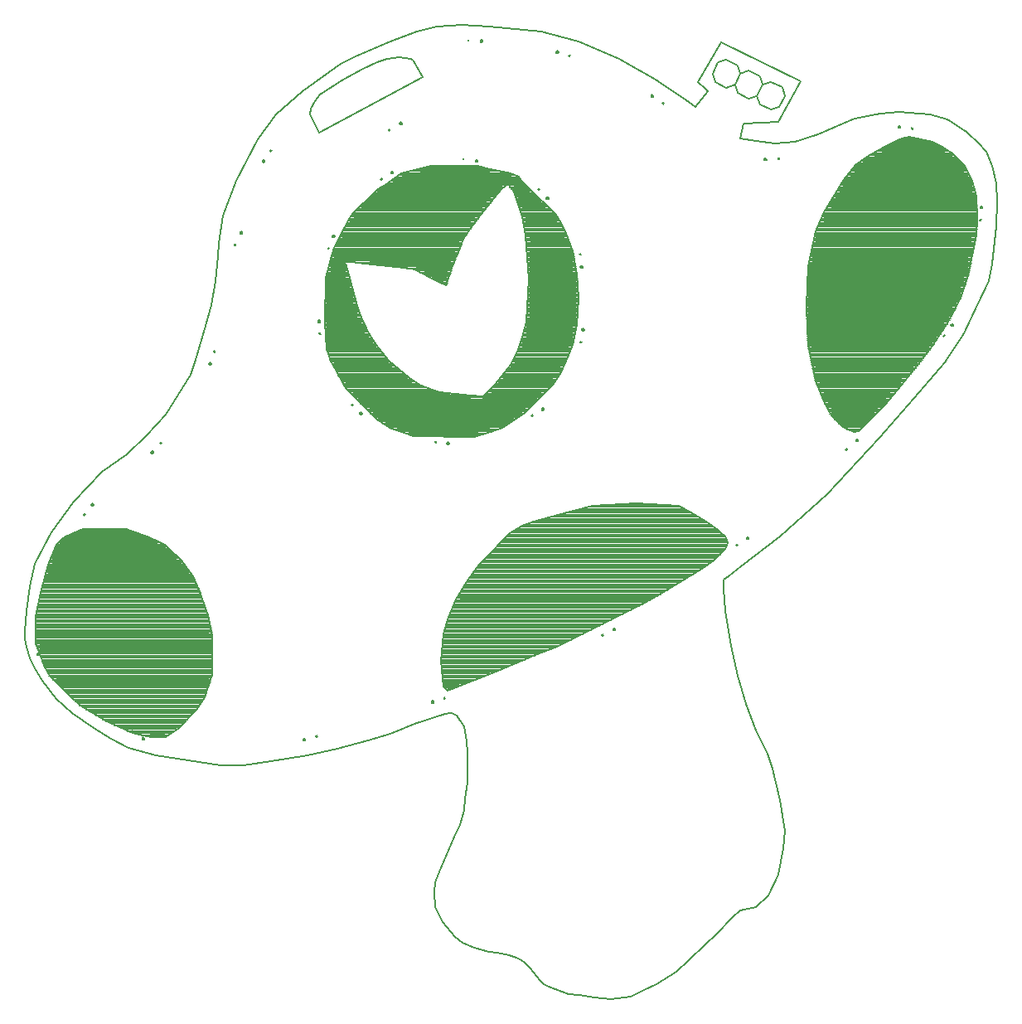
<source format=gto>
G75*
%MOIN*%
%OFA0B0*%
%FSLAX25Y25*%
%IPPOS*%
%LPD*%
%AMOC8*
5,1,8,0,0,1.08239X$1,22.5*
%
%ADD10R,0.06299X0.01575*%
%ADD11R,0.01575X0.01575*%
%ADD12R,0.59843X0.01575*%
%ADD13R,0.61417X0.01575*%
%ADD14R,0.66142X0.01575*%
%ADD15R,0.67717X0.01575*%
%ADD16R,0.69291X0.01575*%
%ADD17R,0.77165X0.01575*%
%ADD18R,0.56693X0.01575*%
%ADD19R,0.55118X0.01575*%
%ADD20R,0.51969X0.01575*%
%ADD21R,0.50394X0.01575*%
%ADD22R,0.48819X0.01575*%
%ADD23R,0.45669X0.01575*%
%ADD24R,0.44094X0.01575*%
%ADD25R,0.39370X0.01575*%
%ADD26R,0.34646X0.01575*%
%ADD27R,0.26772X0.01575*%
%ADD28R,0.17323X0.01575*%
%ADD29R,0.28346X0.01575*%
%ADD30R,0.37795X0.01575*%
%ADD31R,0.07874X0.01575*%
%ADD32R,0.11024X0.01575*%
%ADD33R,0.14173X0.01575*%
%ADD34R,0.62992X0.01575*%
%ADD35R,0.18898X0.01575*%
%ADD36R,0.22047X0.01575*%
%ADD37R,0.23622X0.01575*%
%ADD38R,0.25197X0.01575*%
%ADD39R,0.20472X0.01575*%
%ADD40R,0.31496X0.01575*%
%ADD41R,0.29921X0.01575*%
%ADD42R,0.33071X0.01575*%
%ADD43R,0.36220X0.01575*%
%ADD44R,0.42520X0.01575*%
%ADD45R,0.47244X0.01575*%
%ADD46R,0.15748X0.01575*%
%ADD47R,0.53543X0.01575*%
%ADD48R,0.12598X0.01575*%
%ADD49R,0.58268X0.01575*%
%ADD50R,0.09449X0.01575*%
%ADD51R,0.64567X0.01575*%
%ADD52R,0.04724X0.01575*%
%ADD53C,0.00600*%
%ADD54C,0.00800*%
%ADD55R,0.00984X0.00984*%
%ADD56R,0.00984X0.00984*%
D10*
X0084631Y0150487D03*
X0202741Y0170959D03*
X0198017Y0334739D03*
X0157072Y0336313D03*
X0157072Y0337888D03*
X0157072Y0339463D03*
X0231087Y0369384D03*
X0232662Y0367809D03*
X0386993Y0389857D03*
D11*
X0198804Y0333164D03*
X0201954Y0169384D03*
D12*
X0201166Y0279620D03*
X0075182Y0170959D03*
X0068883Y0213479D03*
X0375969Y0323715D03*
X0375969Y0325290D03*
X0383843Y0361510D03*
D13*
X0383056Y0359935D03*
X0383056Y0358361D03*
X0383056Y0356786D03*
X0376757Y0330014D03*
X0376757Y0328439D03*
X0376757Y0326865D03*
X0074394Y0172534D03*
D14*
X0073607Y0175683D03*
X0201166Y0282770D03*
D15*
X0072820Y0181983D03*
X0072820Y0178833D03*
D16*
X0072032Y0185132D03*
X0072032Y0186707D03*
X0070457Y0191431D03*
X0070457Y0194581D03*
X0201166Y0284345D03*
D17*
X0244473Y0205605D03*
D18*
X0374394Y0317416D03*
X0374394Y0318991D03*
X0385418Y0366235D03*
X0068883Y0216628D03*
X0068883Y0215054D03*
D19*
X0068095Y0218203D03*
X0200379Y0278046D03*
X0373607Y0314266D03*
X0373607Y0315841D03*
X0384631Y0367809D03*
D20*
X0386206Y0370959D03*
X0386206Y0372534D03*
X0372032Y0311117D03*
X0205103Y0372534D03*
X0068095Y0219778D03*
D21*
X0067308Y0221353D03*
X0180694Y0345762D03*
X0185418Y0355211D03*
X0188568Y0359935D03*
X0190143Y0361510D03*
X0201166Y0276471D03*
X0371245Y0307967D03*
X0371245Y0309542D03*
D22*
X0386206Y0374109D03*
X0205528Y0374109D03*
X0197229Y0369384D03*
X0195654Y0367809D03*
X0194080Y0366235D03*
X0192505Y0364660D03*
X0190930Y0363085D03*
X0187780Y0358361D03*
X0186206Y0356786D03*
X0184631Y0353636D03*
X0183056Y0352061D03*
X0183056Y0350487D03*
X0181481Y0348912D03*
X0181481Y0347337D03*
X0179906Y0344187D03*
X0179906Y0342613D03*
X0066520Y0222928D03*
D23*
X0066520Y0224502D03*
X0187780Y0285920D03*
X0200379Y0274896D03*
X0370457Y0304817D03*
D24*
X0369670Y0303243D03*
X0369670Y0301668D03*
X0386993Y0377258D03*
X0386993Y0378833D03*
X0204741Y0375683D03*
X0065733Y0226077D03*
D25*
X0064946Y0227652D03*
X0368883Y0298518D03*
X0387780Y0380408D03*
D26*
X0366520Y0293794D03*
X0180694Y0287494D03*
X0064158Y0229227D03*
D27*
X0063371Y0230802D03*
X0172032Y0293794D03*
X0173607Y0292219D03*
X0365733Y0287494D03*
D28*
X0364158Y0279620D03*
X0242898Y0336313D03*
X0242898Y0337888D03*
X0242898Y0339463D03*
X0242898Y0341038D03*
X0242898Y0342613D03*
X0242898Y0344187D03*
X0161009Y0311117D03*
X0161009Y0309542D03*
X0063371Y0232376D03*
D29*
X0199591Y0271746D03*
X0204091Y0377246D03*
D30*
X0199591Y0273321D03*
X0368095Y0296943D03*
D31*
X0364158Y0274896D03*
X0233450Y0366235D03*
X0157859Y0341038D03*
X0156284Y0334739D03*
D32*
X0157859Y0328439D03*
X0157859Y0326865D03*
X0157859Y0325290D03*
X0157859Y0323715D03*
X0236599Y0361510D03*
X0364158Y0276471D03*
D33*
X0364158Y0278046D03*
X0241324Y0350487D03*
X0239749Y0353636D03*
X0239749Y0355211D03*
X0195654Y0337888D03*
X0159434Y0317416D03*
X0159434Y0315841D03*
D34*
X0201166Y0281195D03*
X0377544Y0331589D03*
X0377544Y0333164D03*
X0377544Y0334739D03*
X0379119Y0339463D03*
X0379119Y0341038D03*
X0379119Y0342613D03*
X0380694Y0345762D03*
X0380694Y0347337D03*
X0380694Y0348912D03*
X0380694Y0350487D03*
X0382269Y0353636D03*
X0382269Y0355211D03*
D35*
X0364946Y0281195D03*
X0242111Y0311117D03*
X0242111Y0312691D03*
X0242111Y0314266D03*
X0243686Y0317416D03*
X0243686Y0318991D03*
X0243686Y0320565D03*
X0243686Y0322140D03*
X0243686Y0323715D03*
X0243686Y0325290D03*
X0243686Y0326865D03*
X0243686Y0328439D03*
X0243686Y0330014D03*
X0243686Y0331589D03*
X0243686Y0333164D03*
X0243686Y0334739D03*
X0240536Y0306392D03*
X0238961Y0303243D03*
X0193292Y0339463D03*
X0161796Y0307967D03*
X0163371Y0304817D03*
X0203792Y0378463D03*
D36*
X0164946Y0301668D03*
X0166520Y0300093D03*
X0226363Y0285920D03*
X0231087Y0290644D03*
X0232662Y0292219D03*
X0364946Y0282770D03*
X0388568Y0386707D03*
D37*
X0365733Y0284345D03*
X0168883Y0296943D03*
X0167308Y0298518D03*
D38*
X0169670Y0295369D03*
X0364946Y0285920D03*
X0388568Y0385132D03*
D39*
X0242898Y0315841D03*
X0241324Y0309542D03*
X0241324Y0307967D03*
X0239749Y0304817D03*
X0238174Y0301668D03*
X0238174Y0300093D03*
X0236599Y0298518D03*
X0236599Y0296943D03*
X0235024Y0295369D03*
X0233450Y0293794D03*
X0230300Y0289069D03*
X0228725Y0287494D03*
X0164158Y0303243D03*
X0162583Y0306392D03*
D40*
X0177544Y0289069D03*
X0366520Y0290644D03*
X0388568Y0383557D03*
D41*
X0365733Y0289069D03*
X0175182Y0290644D03*
D42*
X0186206Y0341038D03*
X0367308Y0292219D03*
D43*
X0367308Y0295369D03*
X0387780Y0381983D03*
D44*
X0368883Y0300093D03*
D45*
X0371245Y0306392D03*
X0386993Y0375683D03*
X0199591Y0370959D03*
D46*
X0240536Y0352061D03*
X0242111Y0348912D03*
X0242111Y0347337D03*
X0242111Y0345762D03*
X0160221Y0314266D03*
X0160221Y0312691D03*
X0388568Y0388282D03*
D47*
X0385418Y0369384D03*
X0372820Y0312691D03*
D48*
X0238961Y0356786D03*
X0238961Y0358361D03*
X0237387Y0359935D03*
X0158646Y0322140D03*
X0158646Y0320565D03*
X0158646Y0318991D03*
D49*
X0375182Y0320565D03*
X0375182Y0322140D03*
X0384631Y0363085D03*
X0384631Y0364660D03*
D50*
X0235812Y0363085D03*
X0234237Y0364660D03*
X0196442Y0336313D03*
X0157072Y0333164D03*
X0157072Y0331589D03*
X0157072Y0330014D03*
D51*
X0378331Y0336313D03*
X0378331Y0337888D03*
X0379906Y0344187D03*
X0381481Y0352061D03*
D52*
X0230300Y0370959D03*
D53*
X0109800Y0138400D02*
X0083800Y0142400D01*
X0072800Y0145400D01*
X0065800Y0148900D01*
X0058800Y0153400D01*
X0050300Y0159400D01*
X0043800Y0164900D01*
X0038300Y0172400D01*
X0035300Y0177400D01*
X0033300Y0181400D01*
X0031800Y0185900D01*
X0031300Y0188900D01*
X0031300Y0192400D01*
X0031800Y0200400D01*
X0033300Y0210400D01*
X0035300Y0219400D01*
X0041800Y0231900D01*
X0050800Y0244400D01*
X0062300Y0256400D01*
X0072300Y0263400D01*
X0080300Y0270900D01*
X0087800Y0279400D01*
X0097800Y0295400D01*
X0099800Y0301400D01*
X0103800Y0314900D01*
X0106300Y0323400D01*
X0107800Y0332900D01*
X0108800Y0342900D01*
X0109300Y0348400D01*
X0110800Y0359400D01*
X0116300Y0373400D01*
X0124800Y0389900D01*
X0132300Y0399900D01*
X0142800Y0409400D01*
X0158300Y0420400D01*
X0164300Y0423400D01*
X0178300Y0429400D01*
X0188800Y0433400D01*
X0196800Y0435400D01*
X0206800Y0435900D01*
X0217800Y0435400D01*
X0238800Y0433400D01*
X0253800Y0429400D01*
X0270300Y0422400D01*
X0284800Y0413900D01*
X0298300Y0404900D01*
X0300800Y0402900D01*
X0305800Y0409400D01*
X0304800Y0410400D01*
X0301800Y0412900D01*
X0311300Y0428900D01*
X0343300Y0413400D01*
X0334300Y0396900D01*
X0320300Y0396400D01*
X0318800Y0390400D01*
X0325300Y0389400D01*
X0332800Y0388400D01*
X0340800Y0388900D01*
X0350300Y0391900D01*
X0360300Y0396400D01*
X0364800Y0398400D01*
X0375300Y0400400D01*
X0382800Y0400900D01*
X0395300Y0399900D01*
X0402300Y0397900D01*
X0409800Y0392900D01*
X0414800Y0388400D01*
X0417800Y0384900D01*
X0420300Y0379400D01*
X0421800Y0372400D01*
X0422300Y0364900D01*
X0421800Y0354900D01*
X0420300Y0339900D01*
X0418800Y0332900D01*
X0414300Y0323400D01*
X0408800Y0311900D01*
X0401300Y0300400D01*
X0390800Y0288400D01*
X0374800Y0269900D01*
X0353800Y0247400D01*
X0334800Y0230400D01*
X0319300Y0218400D01*
X0314300Y0214400D01*
X0312300Y0212900D01*
X0312300Y0209400D01*
X0312800Y0200400D01*
X0315300Y0186400D01*
X0317800Y0174400D01*
X0321300Y0162900D01*
X0325300Y0152400D01*
X0329800Y0142900D01*
X0331800Y0136900D01*
X0333300Y0131400D01*
X0334800Y0124400D01*
X0336800Y0111900D01*
X0336300Y0104900D01*
X0334300Y0094400D01*
X0330300Y0085900D01*
X0325300Y0081400D01*
X0318800Y0079900D01*
X0315800Y0077400D01*
X0309300Y0070400D01*
X0304800Y0066400D01*
X0298300Y0059900D01*
X0293300Y0055400D01*
X0287800Y0051900D01*
X0285300Y0050400D01*
X0280300Y0047900D01*
X0274800Y0045400D01*
X0266800Y0044400D01*
X0260300Y0044900D01*
X0254300Y0045900D01*
X0249800Y0046400D01*
X0241800Y0049400D01*
X0239800Y0050400D01*
X0238300Y0051900D01*
X0235800Y0054900D01*
X0234300Y0056900D01*
X0232300Y0058900D01*
X0230800Y0059900D01*
X0228800Y0060900D01*
X0225800Y0061900D01*
X0221300Y0062900D01*
X0217800Y0063400D01*
X0211800Y0064900D01*
X0207300Y0066900D01*
X0204300Y0069400D01*
X0199300Y0075400D01*
X0196300Y0081400D01*
X0195800Y0087400D01*
X0196300Y0091400D01*
X0198300Y0096400D01*
X0204300Y0110400D01*
X0206300Y0114400D01*
X0207800Y0120400D01*
X0208300Y0124900D01*
X0209300Y0131400D01*
X0209300Y0143400D01*
X0208800Y0147900D01*
X0207800Y0153900D01*
X0206300Y0156400D01*
X0204800Y0158400D01*
X0202800Y0159400D01*
X0202300Y0159400D01*
X0200300Y0158900D01*
X0187800Y0154900D01*
X0178300Y0150900D01*
X0169300Y0148400D01*
X0156800Y0144900D01*
X0144800Y0142400D01*
X0130300Y0139900D01*
X0119300Y0138400D01*
X0109800Y0138400D01*
X0078376Y0149100D02*
X0078378Y0149141D01*
X0078384Y0149181D01*
X0078394Y0149221D01*
X0078407Y0149260D01*
X0078425Y0149297D01*
X0078445Y0149332D01*
X0078469Y0149366D01*
X0078497Y0149396D01*
X0078527Y0149424D01*
X0078559Y0149449D01*
X0078594Y0149471D01*
X0078631Y0149489D01*
X0078669Y0149503D01*
X0078709Y0149514D01*
X0078749Y0149521D01*
X0078790Y0149524D01*
X0078831Y0149523D01*
X0078871Y0149518D01*
X0078911Y0149509D01*
X0078950Y0149496D01*
X0078988Y0149480D01*
X0079024Y0149460D01*
X0079057Y0149437D01*
X0079089Y0149410D01*
X0079117Y0149381D01*
X0079143Y0149349D01*
X0079165Y0149315D01*
X0079185Y0149279D01*
X0079200Y0149241D01*
X0079212Y0149201D01*
X0079220Y0149161D01*
X0079224Y0149120D01*
X0079224Y0149080D01*
X0079220Y0149039D01*
X0079212Y0148999D01*
X0079200Y0148959D01*
X0079185Y0148921D01*
X0079165Y0148885D01*
X0079143Y0148851D01*
X0079117Y0148819D01*
X0079089Y0148790D01*
X0079057Y0148763D01*
X0079024Y0148740D01*
X0078988Y0148720D01*
X0078950Y0148704D01*
X0078911Y0148691D01*
X0078871Y0148682D01*
X0078831Y0148677D01*
X0078790Y0148676D01*
X0078749Y0148679D01*
X0078709Y0148686D01*
X0078669Y0148697D01*
X0078631Y0148711D01*
X0078594Y0148729D01*
X0078559Y0148751D01*
X0078527Y0148776D01*
X0078497Y0148804D01*
X0078469Y0148834D01*
X0078445Y0148868D01*
X0078425Y0148903D01*
X0078407Y0148940D01*
X0078394Y0148979D01*
X0078384Y0149019D01*
X0078378Y0149059D01*
X0078376Y0149100D01*
X0036276Y0182900D02*
X0036278Y0182941D01*
X0036284Y0182981D01*
X0036294Y0183021D01*
X0036307Y0183060D01*
X0036325Y0183097D01*
X0036345Y0183132D01*
X0036369Y0183166D01*
X0036397Y0183196D01*
X0036427Y0183224D01*
X0036459Y0183249D01*
X0036494Y0183271D01*
X0036531Y0183289D01*
X0036569Y0183303D01*
X0036609Y0183314D01*
X0036649Y0183321D01*
X0036690Y0183324D01*
X0036731Y0183323D01*
X0036771Y0183318D01*
X0036811Y0183309D01*
X0036850Y0183296D01*
X0036888Y0183280D01*
X0036924Y0183260D01*
X0036957Y0183237D01*
X0036989Y0183210D01*
X0037017Y0183181D01*
X0037043Y0183149D01*
X0037065Y0183115D01*
X0037085Y0183079D01*
X0037100Y0183041D01*
X0037112Y0183001D01*
X0037120Y0182961D01*
X0037124Y0182920D01*
X0037124Y0182880D01*
X0037120Y0182839D01*
X0037112Y0182799D01*
X0037100Y0182759D01*
X0037085Y0182721D01*
X0037065Y0182685D01*
X0037043Y0182651D01*
X0037017Y0182619D01*
X0036989Y0182590D01*
X0036957Y0182563D01*
X0036924Y0182540D01*
X0036888Y0182520D01*
X0036850Y0182504D01*
X0036811Y0182491D01*
X0036771Y0182482D01*
X0036731Y0182477D01*
X0036690Y0182476D01*
X0036649Y0182479D01*
X0036609Y0182486D01*
X0036569Y0182497D01*
X0036531Y0182511D01*
X0036494Y0182529D01*
X0036459Y0182551D01*
X0036427Y0182576D01*
X0036397Y0182604D01*
X0036369Y0182634D01*
X0036345Y0182668D01*
X0036325Y0182703D01*
X0036307Y0182740D01*
X0036294Y0182779D01*
X0036284Y0182819D01*
X0036278Y0182859D01*
X0036276Y0182900D01*
X0057976Y0243100D02*
X0057978Y0243141D01*
X0057984Y0243181D01*
X0057994Y0243221D01*
X0058007Y0243260D01*
X0058025Y0243297D01*
X0058045Y0243332D01*
X0058069Y0243366D01*
X0058097Y0243396D01*
X0058127Y0243424D01*
X0058159Y0243449D01*
X0058194Y0243471D01*
X0058231Y0243489D01*
X0058269Y0243503D01*
X0058309Y0243514D01*
X0058349Y0243521D01*
X0058390Y0243524D01*
X0058431Y0243523D01*
X0058471Y0243518D01*
X0058511Y0243509D01*
X0058550Y0243496D01*
X0058588Y0243480D01*
X0058624Y0243460D01*
X0058657Y0243437D01*
X0058689Y0243410D01*
X0058717Y0243381D01*
X0058743Y0243349D01*
X0058765Y0243315D01*
X0058785Y0243279D01*
X0058800Y0243241D01*
X0058812Y0243201D01*
X0058820Y0243161D01*
X0058824Y0243120D01*
X0058824Y0243080D01*
X0058820Y0243039D01*
X0058812Y0242999D01*
X0058800Y0242959D01*
X0058785Y0242921D01*
X0058765Y0242885D01*
X0058743Y0242851D01*
X0058717Y0242819D01*
X0058689Y0242790D01*
X0058657Y0242763D01*
X0058624Y0242740D01*
X0058588Y0242720D01*
X0058550Y0242704D01*
X0058511Y0242691D01*
X0058471Y0242682D01*
X0058431Y0242677D01*
X0058390Y0242676D01*
X0058349Y0242679D01*
X0058309Y0242686D01*
X0058269Y0242697D01*
X0058231Y0242711D01*
X0058194Y0242729D01*
X0058159Y0242751D01*
X0058127Y0242776D01*
X0058097Y0242804D01*
X0058069Y0242834D01*
X0058045Y0242868D01*
X0058025Y0242903D01*
X0058007Y0242940D01*
X0057994Y0242979D01*
X0057984Y0243019D01*
X0057978Y0243059D01*
X0057976Y0243100D01*
X0081976Y0264200D02*
X0081978Y0264241D01*
X0081984Y0264281D01*
X0081994Y0264321D01*
X0082007Y0264360D01*
X0082025Y0264397D01*
X0082045Y0264432D01*
X0082069Y0264466D01*
X0082097Y0264496D01*
X0082127Y0264524D01*
X0082159Y0264549D01*
X0082194Y0264571D01*
X0082231Y0264589D01*
X0082269Y0264603D01*
X0082309Y0264614D01*
X0082349Y0264621D01*
X0082390Y0264624D01*
X0082431Y0264623D01*
X0082471Y0264618D01*
X0082511Y0264609D01*
X0082550Y0264596D01*
X0082588Y0264580D01*
X0082624Y0264560D01*
X0082657Y0264537D01*
X0082689Y0264510D01*
X0082717Y0264481D01*
X0082743Y0264449D01*
X0082765Y0264415D01*
X0082785Y0264379D01*
X0082800Y0264341D01*
X0082812Y0264301D01*
X0082820Y0264261D01*
X0082824Y0264220D01*
X0082824Y0264180D01*
X0082820Y0264139D01*
X0082812Y0264099D01*
X0082800Y0264059D01*
X0082785Y0264021D01*
X0082765Y0263985D01*
X0082743Y0263951D01*
X0082717Y0263919D01*
X0082689Y0263890D01*
X0082657Y0263863D01*
X0082624Y0263840D01*
X0082588Y0263820D01*
X0082550Y0263804D01*
X0082511Y0263791D01*
X0082471Y0263782D01*
X0082431Y0263777D01*
X0082390Y0263776D01*
X0082349Y0263779D01*
X0082309Y0263786D01*
X0082269Y0263797D01*
X0082231Y0263811D01*
X0082194Y0263829D01*
X0082159Y0263851D01*
X0082127Y0263876D01*
X0082097Y0263904D01*
X0082069Y0263934D01*
X0082045Y0263968D01*
X0082025Y0264003D01*
X0082007Y0264040D01*
X0081994Y0264079D01*
X0081984Y0264119D01*
X0081978Y0264159D01*
X0081976Y0264200D01*
X0105276Y0299800D02*
X0105278Y0299841D01*
X0105284Y0299881D01*
X0105294Y0299921D01*
X0105307Y0299960D01*
X0105325Y0299997D01*
X0105345Y0300032D01*
X0105369Y0300066D01*
X0105397Y0300096D01*
X0105427Y0300124D01*
X0105459Y0300149D01*
X0105494Y0300171D01*
X0105531Y0300189D01*
X0105569Y0300203D01*
X0105609Y0300214D01*
X0105649Y0300221D01*
X0105690Y0300224D01*
X0105731Y0300223D01*
X0105771Y0300218D01*
X0105811Y0300209D01*
X0105850Y0300196D01*
X0105888Y0300180D01*
X0105924Y0300160D01*
X0105957Y0300137D01*
X0105989Y0300110D01*
X0106017Y0300081D01*
X0106043Y0300049D01*
X0106065Y0300015D01*
X0106085Y0299979D01*
X0106100Y0299941D01*
X0106112Y0299901D01*
X0106120Y0299861D01*
X0106124Y0299820D01*
X0106124Y0299780D01*
X0106120Y0299739D01*
X0106112Y0299699D01*
X0106100Y0299659D01*
X0106085Y0299621D01*
X0106065Y0299585D01*
X0106043Y0299551D01*
X0106017Y0299519D01*
X0105989Y0299490D01*
X0105957Y0299463D01*
X0105924Y0299440D01*
X0105888Y0299420D01*
X0105850Y0299404D01*
X0105811Y0299391D01*
X0105771Y0299382D01*
X0105731Y0299377D01*
X0105690Y0299376D01*
X0105649Y0299379D01*
X0105609Y0299386D01*
X0105569Y0299397D01*
X0105531Y0299411D01*
X0105494Y0299429D01*
X0105459Y0299451D01*
X0105427Y0299476D01*
X0105397Y0299504D01*
X0105369Y0299534D01*
X0105345Y0299568D01*
X0105325Y0299603D01*
X0105307Y0299640D01*
X0105294Y0299679D01*
X0105284Y0299719D01*
X0105278Y0299759D01*
X0105276Y0299800D01*
X0149176Y0316800D02*
X0149178Y0316841D01*
X0149184Y0316881D01*
X0149194Y0316921D01*
X0149207Y0316960D01*
X0149225Y0316997D01*
X0149245Y0317032D01*
X0149269Y0317066D01*
X0149297Y0317096D01*
X0149327Y0317124D01*
X0149359Y0317149D01*
X0149394Y0317171D01*
X0149431Y0317189D01*
X0149469Y0317203D01*
X0149509Y0317214D01*
X0149549Y0317221D01*
X0149590Y0317224D01*
X0149631Y0317223D01*
X0149671Y0317218D01*
X0149711Y0317209D01*
X0149750Y0317196D01*
X0149788Y0317180D01*
X0149824Y0317160D01*
X0149857Y0317137D01*
X0149889Y0317110D01*
X0149917Y0317081D01*
X0149943Y0317049D01*
X0149965Y0317015D01*
X0149985Y0316979D01*
X0150000Y0316941D01*
X0150012Y0316901D01*
X0150020Y0316861D01*
X0150024Y0316820D01*
X0150024Y0316780D01*
X0150020Y0316739D01*
X0150012Y0316699D01*
X0150000Y0316659D01*
X0149985Y0316621D01*
X0149965Y0316585D01*
X0149943Y0316551D01*
X0149917Y0316519D01*
X0149889Y0316490D01*
X0149857Y0316463D01*
X0149824Y0316440D01*
X0149788Y0316420D01*
X0149750Y0316404D01*
X0149711Y0316391D01*
X0149671Y0316382D01*
X0149631Y0316377D01*
X0149590Y0316376D01*
X0149549Y0316379D01*
X0149509Y0316386D01*
X0149469Y0316397D01*
X0149431Y0316411D01*
X0149394Y0316429D01*
X0149359Y0316451D01*
X0149327Y0316476D01*
X0149297Y0316504D01*
X0149269Y0316534D01*
X0149245Y0316568D01*
X0149225Y0316603D01*
X0149207Y0316640D01*
X0149194Y0316679D01*
X0149184Y0316719D01*
X0149178Y0316759D01*
X0149176Y0316800D01*
X0154876Y0351000D02*
X0154878Y0351041D01*
X0154884Y0351081D01*
X0154894Y0351121D01*
X0154907Y0351160D01*
X0154925Y0351197D01*
X0154945Y0351232D01*
X0154969Y0351266D01*
X0154997Y0351296D01*
X0155027Y0351324D01*
X0155059Y0351349D01*
X0155094Y0351371D01*
X0155131Y0351389D01*
X0155169Y0351403D01*
X0155209Y0351414D01*
X0155249Y0351421D01*
X0155290Y0351424D01*
X0155331Y0351423D01*
X0155371Y0351418D01*
X0155411Y0351409D01*
X0155450Y0351396D01*
X0155488Y0351380D01*
X0155524Y0351360D01*
X0155557Y0351337D01*
X0155589Y0351310D01*
X0155617Y0351281D01*
X0155643Y0351249D01*
X0155665Y0351215D01*
X0155685Y0351179D01*
X0155700Y0351141D01*
X0155712Y0351101D01*
X0155720Y0351061D01*
X0155724Y0351020D01*
X0155724Y0350980D01*
X0155720Y0350939D01*
X0155712Y0350899D01*
X0155700Y0350859D01*
X0155685Y0350821D01*
X0155665Y0350785D01*
X0155643Y0350751D01*
X0155617Y0350719D01*
X0155589Y0350690D01*
X0155557Y0350663D01*
X0155524Y0350640D01*
X0155488Y0350620D01*
X0155450Y0350604D01*
X0155411Y0350591D01*
X0155371Y0350582D01*
X0155331Y0350577D01*
X0155290Y0350576D01*
X0155249Y0350579D01*
X0155209Y0350586D01*
X0155169Y0350597D01*
X0155131Y0350611D01*
X0155094Y0350629D01*
X0155059Y0350651D01*
X0155027Y0350676D01*
X0154997Y0350704D01*
X0154969Y0350734D01*
X0154945Y0350768D01*
X0154925Y0350803D01*
X0154907Y0350840D01*
X0154894Y0350879D01*
X0154884Y0350919D01*
X0154878Y0350959D01*
X0154876Y0351000D01*
X0178376Y0376700D02*
X0178378Y0376741D01*
X0178384Y0376781D01*
X0178394Y0376821D01*
X0178407Y0376860D01*
X0178425Y0376897D01*
X0178445Y0376932D01*
X0178469Y0376966D01*
X0178497Y0376996D01*
X0178527Y0377024D01*
X0178559Y0377049D01*
X0178594Y0377071D01*
X0178631Y0377089D01*
X0178669Y0377103D01*
X0178709Y0377114D01*
X0178749Y0377121D01*
X0178790Y0377124D01*
X0178831Y0377123D01*
X0178871Y0377118D01*
X0178911Y0377109D01*
X0178950Y0377096D01*
X0178988Y0377080D01*
X0179024Y0377060D01*
X0179057Y0377037D01*
X0179089Y0377010D01*
X0179117Y0376981D01*
X0179143Y0376949D01*
X0179165Y0376915D01*
X0179185Y0376879D01*
X0179200Y0376841D01*
X0179212Y0376801D01*
X0179220Y0376761D01*
X0179224Y0376720D01*
X0179224Y0376680D01*
X0179220Y0376639D01*
X0179212Y0376599D01*
X0179200Y0376559D01*
X0179185Y0376521D01*
X0179165Y0376485D01*
X0179143Y0376451D01*
X0179117Y0376419D01*
X0179089Y0376390D01*
X0179057Y0376363D01*
X0179024Y0376340D01*
X0178988Y0376320D01*
X0178950Y0376304D01*
X0178911Y0376291D01*
X0178871Y0376282D01*
X0178831Y0376277D01*
X0178790Y0376276D01*
X0178749Y0376279D01*
X0178709Y0376286D01*
X0178669Y0376297D01*
X0178631Y0376311D01*
X0178594Y0376329D01*
X0178559Y0376351D01*
X0178527Y0376376D01*
X0178497Y0376404D01*
X0178469Y0376434D01*
X0178445Y0376468D01*
X0178425Y0376503D01*
X0178407Y0376540D01*
X0178394Y0376579D01*
X0178384Y0376619D01*
X0178378Y0376659D01*
X0178376Y0376700D01*
X0181976Y0396400D02*
X0181978Y0396441D01*
X0181984Y0396481D01*
X0181994Y0396521D01*
X0182007Y0396560D01*
X0182025Y0396597D01*
X0182045Y0396632D01*
X0182069Y0396666D01*
X0182097Y0396696D01*
X0182127Y0396724D01*
X0182159Y0396749D01*
X0182194Y0396771D01*
X0182231Y0396789D01*
X0182269Y0396803D01*
X0182309Y0396814D01*
X0182349Y0396821D01*
X0182390Y0396824D01*
X0182431Y0396823D01*
X0182471Y0396818D01*
X0182511Y0396809D01*
X0182550Y0396796D01*
X0182588Y0396780D01*
X0182624Y0396760D01*
X0182657Y0396737D01*
X0182689Y0396710D01*
X0182717Y0396681D01*
X0182743Y0396649D01*
X0182765Y0396615D01*
X0182785Y0396579D01*
X0182800Y0396541D01*
X0182812Y0396501D01*
X0182820Y0396461D01*
X0182824Y0396420D01*
X0182824Y0396380D01*
X0182820Y0396339D01*
X0182812Y0396299D01*
X0182800Y0396259D01*
X0182785Y0396221D01*
X0182765Y0396185D01*
X0182743Y0396151D01*
X0182717Y0396119D01*
X0182689Y0396090D01*
X0182657Y0396063D01*
X0182624Y0396040D01*
X0182588Y0396020D01*
X0182550Y0396004D01*
X0182511Y0395991D01*
X0182471Y0395982D01*
X0182431Y0395977D01*
X0182390Y0395976D01*
X0182349Y0395979D01*
X0182309Y0395986D01*
X0182269Y0395997D01*
X0182231Y0396011D01*
X0182194Y0396029D01*
X0182159Y0396051D01*
X0182127Y0396076D01*
X0182097Y0396104D01*
X0182069Y0396134D01*
X0182045Y0396168D01*
X0182025Y0396203D01*
X0182007Y0396240D01*
X0181994Y0396279D01*
X0181984Y0396319D01*
X0181978Y0396359D01*
X0181976Y0396400D01*
X0191200Y0415100D02*
X0149700Y0392600D01*
X0145800Y0399900D01*
X0146300Y0402400D01*
X0147800Y0405400D01*
X0149800Y0407900D01*
X0159300Y0413900D01*
X0167300Y0418400D01*
X0172800Y0420900D01*
X0176800Y0422400D01*
X0181800Y0422900D01*
X0186300Y0422400D01*
X0187300Y0421900D01*
X0191200Y0415100D01*
X0214376Y0429500D02*
X0214378Y0429541D01*
X0214384Y0429581D01*
X0214394Y0429621D01*
X0214407Y0429660D01*
X0214425Y0429697D01*
X0214445Y0429732D01*
X0214469Y0429766D01*
X0214497Y0429796D01*
X0214527Y0429824D01*
X0214559Y0429849D01*
X0214594Y0429871D01*
X0214631Y0429889D01*
X0214669Y0429903D01*
X0214709Y0429914D01*
X0214749Y0429921D01*
X0214790Y0429924D01*
X0214831Y0429923D01*
X0214871Y0429918D01*
X0214911Y0429909D01*
X0214950Y0429896D01*
X0214988Y0429880D01*
X0215024Y0429860D01*
X0215057Y0429837D01*
X0215089Y0429810D01*
X0215117Y0429781D01*
X0215143Y0429749D01*
X0215165Y0429715D01*
X0215185Y0429679D01*
X0215200Y0429641D01*
X0215212Y0429601D01*
X0215220Y0429561D01*
X0215224Y0429520D01*
X0215224Y0429480D01*
X0215220Y0429439D01*
X0215212Y0429399D01*
X0215200Y0429359D01*
X0215185Y0429321D01*
X0215165Y0429285D01*
X0215143Y0429251D01*
X0215117Y0429219D01*
X0215089Y0429190D01*
X0215057Y0429163D01*
X0215024Y0429140D01*
X0214988Y0429120D01*
X0214950Y0429104D01*
X0214911Y0429091D01*
X0214871Y0429082D01*
X0214831Y0429077D01*
X0214790Y0429076D01*
X0214749Y0429079D01*
X0214709Y0429086D01*
X0214669Y0429097D01*
X0214631Y0429111D01*
X0214594Y0429129D01*
X0214559Y0429151D01*
X0214527Y0429176D01*
X0214497Y0429204D01*
X0214469Y0429234D01*
X0214445Y0429268D01*
X0214425Y0429303D01*
X0214407Y0429340D01*
X0214394Y0429379D01*
X0214384Y0429419D01*
X0214378Y0429459D01*
X0214376Y0429500D01*
X0244876Y0425100D02*
X0244878Y0425141D01*
X0244884Y0425181D01*
X0244894Y0425221D01*
X0244907Y0425260D01*
X0244925Y0425297D01*
X0244945Y0425332D01*
X0244969Y0425366D01*
X0244997Y0425396D01*
X0245027Y0425424D01*
X0245059Y0425449D01*
X0245094Y0425471D01*
X0245131Y0425489D01*
X0245169Y0425503D01*
X0245209Y0425514D01*
X0245249Y0425521D01*
X0245290Y0425524D01*
X0245331Y0425523D01*
X0245371Y0425518D01*
X0245411Y0425509D01*
X0245450Y0425496D01*
X0245488Y0425480D01*
X0245524Y0425460D01*
X0245557Y0425437D01*
X0245589Y0425410D01*
X0245617Y0425381D01*
X0245643Y0425349D01*
X0245665Y0425315D01*
X0245685Y0425279D01*
X0245700Y0425241D01*
X0245712Y0425201D01*
X0245720Y0425161D01*
X0245724Y0425120D01*
X0245724Y0425080D01*
X0245720Y0425039D01*
X0245712Y0424999D01*
X0245700Y0424959D01*
X0245685Y0424921D01*
X0245665Y0424885D01*
X0245643Y0424851D01*
X0245617Y0424819D01*
X0245589Y0424790D01*
X0245557Y0424763D01*
X0245524Y0424740D01*
X0245488Y0424720D01*
X0245450Y0424704D01*
X0245411Y0424691D01*
X0245371Y0424682D01*
X0245331Y0424677D01*
X0245290Y0424676D01*
X0245249Y0424679D01*
X0245209Y0424686D01*
X0245169Y0424697D01*
X0245131Y0424711D01*
X0245094Y0424729D01*
X0245059Y0424751D01*
X0245027Y0424776D01*
X0244997Y0424804D01*
X0244969Y0424834D01*
X0244945Y0424868D01*
X0244925Y0424903D01*
X0244907Y0424940D01*
X0244894Y0424979D01*
X0244884Y0425019D01*
X0244878Y0425059D01*
X0244876Y0425100D01*
X0283076Y0407400D02*
X0283078Y0407441D01*
X0283084Y0407481D01*
X0283094Y0407521D01*
X0283107Y0407560D01*
X0283125Y0407597D01*
X0283145Y0407632D01*
X0283169Y0407666D01*
X0283197Y0407696D01*
X0283227Y0407724D01*
X0283259Y0407749D01*
X0283294Y0407771D01*
X0283331Y0407789D01*
X0283369Y0407803D01*
X0283409Y0407814D01*
X0283449Y0407821D01*
X0283490Y0407824D01*
X0283531Y0407823D01*
X0283571Y0407818D01*
X0283611Y0407809D01*
X0283650Y0407796D01*
X0283688Y0407780D01*
X0283724Y0407760D01*
X0283757Y0407737D01*
X0283789Y0407710D01*
X0283817Y0407681D01*
X0283843Y0407649D01*
X0283865Y0407615D01*
X0283885Y0407579D01*
X0283900Y0407541D01*
X0283912Y0407501D01*
X0283920Y0407461D01*
X0283924Y0407420D01*
X0283924Y0407380D01*
X0283920Y0407339D01*
X0283912Y0407299D01*
X0283900Y0407259D01*
X0283885Y0407221D01*
X0283865Y0407185D01*
X0283843Y0407151D01*
X0283817Y0407119D01*
X0283789Y0407090D01*
X0283757Y0407063D01*
X0283724Y0407040D01*
X0283688Y0407020D01*
X0283650Y0407004D01*
X0283611Y0406991D01*
X0283571Y0406982D01*
X0283531Y0406977D01*
X0283490Y0406976D01*
X0283449Y0406979D01*
X0283409Y0406986D01*
X0283369Y0406997D01*
X0283331Y0407011D01*
X0283294Y0407029D01*
X0283259Y0407051D01*
X0283227Y0407076D01*
X0283197Y0407104D01*
X0283169Y0407134D01*
X0283145Y0407168D01*
X0283125Y0407203D01*
X0283107Y0407240D01*
X0283094Y0407279D01*
X0283084Y0407319D01*
X0283078Y0407359D01*
X0283076Y0407400D01*
X0307760Y0416356D02*
X0309991Y0420830D01*
X0313344Y0421952D01*
X0317819Y0419721D01*
X0318941Y0416368D01*
X0322294Y0417490D01*
X0326768Y0415259D01*
X0327890Y0411906D01*
X0331243Y0413028D01*
X0335718Y0410797D01*
X0336840Y0407444D01*
X0334609Y0402970D01*
X0331256Y0401848D01*
X0326781Y0404079D01*
X0325659Y0407432D01*
X0322306Y0406310D01*
X0317832Y0408541D01*
X0316710Y0411894D01*
X0313357Y0410772D01*
X0308882Y0413003D01*
X0307760Y0416356D01*
X0316710Y0411894D02*
X0318941Y0416368D01*
X0327890Y0411906D02*
X0325659Y0407432D01*
X0328576Y0381900D02*
X0328578Y0381941D01*
X0328584Y0381981D01*
X0328594Y0382021D01*
X0328607Y0382060D01*
X0328625Y0382097D01*
X0328645Y0382132D01*
X0328669Y0382166D01*
X0328697Y0382196D01*
X0328727Y0382224D01*
X0328759Y0382249D01*
X0328794Y0382271D01*
X0328831Y0382289D01*
X0328869Y0382303D01*
X0328909Y0382314D01*
X0328949Y0382321D01*
X0328990Y0382324D01*
X0329031Y0382323D01*
X0329071Y0382318D01*
X0329111Y0382309D01*
X0329150Y0382296D01*
X0329188Y0382280D01*
X0329224Y0382260D01*
X0329257Y0382237D01*
X0329289Y0382210D01*
X0329317Y0382181D01*
X0329343Y0382149D01*
X0329365Y0382115D01*
X0329385Y0382079D01*
X0329400Y0382041D01*
X0329412Y0382001D01*
X0329420Y0381961D01*
X0329424Y0381920D01*
X0329424Y0381880D01*
X0329420Y0381839D01*
X0329412Y0381799D01*
X0329400Y0381759D01*
X0329385Y0381721D01*
X0329365Y0381685D01*
X0329343Y0381651D01*
X0329317Y0381619D01*
X0329289Y0381590D01*
X0329257Y0381563D01*
X0329224Y0381540D01*
X0329188Y0381520D01*
X0329150Y0381504D01*
X0329111Y0381491D01*
X0329071Y0381482D01*
X0329031Y0381477D01*
X0328990Y0381476D01*
X0328949Y0381479D01*
X0328909Y0381486D01*
X0328869Y0381497D01*
X0328831Y0381511D01*
X0328794Y0381529D01*
X0328759Y0381551D01*
X0328727Y0381576D01*
X0328697Y0381604D01*
X0328669Y0381634D01*
X0328645Y0381668D01*
X0328625Y0381703D01*
X0328607Y0381740D01*
X0328594Y0381779D01*
X0328584Y0381819D01*
X0328578Y0381859D01*
X0328576Y0381900D01*
X0382476Y0394900D02*
X0382478Y0394941D01*
X0382484Y0394981D01*
X0382494Y0395021D01*
X0382507Y0395060D01*
X0382525Y0395097D01*
X0382545Y0395132D01*
X0382569Y0395166D01*
X0382597Y0395196D01*
X0382627Y0395224D01*
X0382659Y0395249D01*
X0382694Y0395271D01*
X0382731Y0395289D01*
X0382769Y0395303D01*
X0382809Y0395314D01*
X0382849Y0395321D01*
X0382890Y0395324D01*
X0382931Y0395323D01*
X0382971Y0395318D01*
X0383011Y0395309D01*
X0383050Y0395296D01*
X0383088Y0395280D01*
X0383124Y0395260D01*
X0383157Y0395237D01*
X0383189Y0395210D01*
X0383217Y0395181D01*
X0383243Y0395149D01*
X0383265Y0395115D01*
X0383285Y0395079D01*
X0383300Y0395041D01*
X0383312Y0395001D01*
X0383320Y0394961D01*
X0383324Y0394920D01*
X0383324Y0394880D01*
X0383320Y0394839D01*
X0383312Y0394799D01*
X0383300Y0394759D01*
X0383285Y0394721D01*
X0383265Y0394685D01*
X0383243Y0394651D01*
X0383217Y0394619D01*
X0383189Y0394590D01*
X0383157Y0394563D01*
X0383124Y0394540D01*
X0383088Y0394520D01*
X0383050Y0394504D01*
X0383011Y0394491D01*
X0382971Y0394482D01*
X0382931Y0394477D01*
X0382890Y0394476D01*
X0382849Y0394479D01*
X0382809Y0394486D01*
X0382769Y0394497D01*
X0382731Y0394511D01*
X0382694Y0394529D01*
X0382659Y0394551D01*
X0382627Y0394576D01*
X0382597Y0394604D01*
X0382569Y0394634D01*
X0382545Y0394668D01*
X0382525Y0394703D01*
X0382507Y0394740D01*
X0382494Y0394779D01*
X0382484Y0394819D01*
X0382478Y0394859D01*
X0382476Y0394900D01*
X0415476Y0362700D02*
X0415478Y0362741D01*
X0415484Y0362781D01*
X0415494Y0362821D01*
X0415507Y0362860D01*
X0415525Y0362897D01*
X0415545Y0362932D01*
X0415569Y0362966D01*
X0415597Y0362996D01*
X0415627Y0363024D01*
X0415659Y0363049D01*
X0415694Y0363071D01*
X0415731Y0363089D01*
X0415769Y0363103D01*
X0415809Y0363114D01*
X0415849Y0363121D01*
X0415890Y0363124D01*
X0415931Y0363123D01*
X0415971Y0363118D01*
X0416011Y0363109D01*
X0416050Y0363096D01*
X0416088Y0363080D01*
X0416124Y0363060D01*
X0416157Y0363037D01*
X0416189Y0363010D01*
X0416217Y0362981D01*
X0416243Y0362949D01*
X0416265Y0362915D01*
X0416285Y0362879D01*
X0416300Y0362841D01*
X0416312Y0362801D01*
X0416320Y0362761D01*
X0416324Y0362720D01*
X0416324Y0362680D01*
X0416320Y0362639D01*
X0416312Y0362599D01*
X0416300Y0362559D01*
X0416285Y0362521D01*
X0416265Y0362485D01*
X0416243Y0362451D01*
X0416217Y0362419D01*
X0416189Y0362390D01*
X0416157Y0362363D01*
X0416124Y0362340D01*
X0416088Y0362320D01*
X0416050Y0362304D01*
X0416011Y0362291D01*
X0415971Y0362282D01*
X0415931Y0362277D01*
X0415890Y0362276D01*
X0415849Y0362279D01*
X0415809Y0362286D01*
X0415769Y0362297D01*
X0415731Y0362311D01*
X0415694Y0362329D01*
X0415659Y0362351D01*
X0415627Y0362376D01*
X0415597Y0362404D01*
X0415569Y0362434D01*
X0415545Y0362468D01*
X0415525Y0362503D01*
X0415507Y0362540D01*
X0415494Y0362579D01*
X0415484Y0362619D01*
X0415478Y0362659D01*
X0415476Y0362700D01*
X0403676Y0315300D02*
X0403678Y0315341D01*
X0403684Y0315381D01*
X0403694Y0315421D01*
X0403707Y0315460D01*
X0403725Y0315497D01*
X0403745Y0315532D01*
X0403769Y0315566D01*
X0403797Y0315596D01*
X0403827Y0315624D01*
X0403859Y0315649D01*
X0403894Y0315671D01*
X0403931Y0315689D01*
X0403969Y0315703D01*
X0404009Y0315714D01*
X0404049Y0315721D01*
X0404090Y0315724D01*
X0404131Y0315723D01*
X0404171Y0315718D01*
X0404211Y0315709D01*
X0404250Y0315696D01*
X0404288Y0315680D01*
X0404324Y0315660D01*
X0404357Y0315637D01*
X0404389Y0315610D01*
X0404417Y0315581D01*
X0404443Y0315549D01*
X0404465Y0315515D01*
X0404485Y0315479D01*
X0404500Y0315441D01*
X0404512Y0315401D01*
X0404520Y0315361D01*
X0404524Y0315320D01*
X0404524Y0315280D01*
X0404520Y0315239D01*
X0404512Y0315199D01*
X0404500Y0315159D01*
X0404485Y0315121D01*
X0404465Y0315085D01*
X0404443Y0315051D01*
X0404417Y0315019D01*
X0404389Y0314990D01*
X0404357Y0314963D01*
X0404324Y0314940D01*
X0404288Y0314920D01*
X0404250Y0314904D01*
X0404211Y0314891D01*
X0404171Y0314882D01*
X0404131Y0314877D01*
X0404090Y0314876D01*
X0404049Y0314879D01*
X0404009Y0314886D01*
X0403969Y0314897D01*
X0403931Y0314911D01*
X0403894Y0314929D01*
X0403859Y0314951D01*
X0403827Y0314976D01*
X0403797Y0315004D01*
X0403769Y0315034D01*
X0403745Y0315068D01*
X0403725Y0315103D01*
X0403707Y0315140D01*
X0403694Y0315179D01*
X0403684Y0315219D01*
X0403678Y0315259D01*
X0403676Y0315300D01*
X0365476Y0269000D02*
X0365478Y0269041D01*
X0365484Y0269081D01*
X0365494Y0269121D01*
X0365507Y0269160D01*
X0365525Y0269197D01*
X0365545Y0269232D01*
X0365569Y0269266D01*
X0365597Y0269296D01*
X0365627Y0269324D01*
X0365659Y0269349D01*
X0365694Y0269371D01*
X0365731Y0269389D01*
X0365769Y0269403D01*
X0365809Y0269414D01*
X0365849Y0269421D01*
X0365890Y0269424D01*
X0365931Y0269423D01*
X0365971Y0269418D01*
X0366011Y0269409D01*
X0366050Y0269396D01*
X0366088Y0269380D01*
X0366124Y0269360D01*
X0366157Y0269337D01*
X0366189Y0269310D01*
X0366217Y0269281D01*
X0366243Y0269249D01*
X0366265Y0269215D01*
X0366285Y0269179D01*
X0366300Y0269141D01*
X0366312Y0269101D01*
X0366320Y0269061D01*
X0366324Y0269020D01*
X0366324Y0268980D01*
X0366320Y0268939D01*
X0366312Y0268899D01*
X0366300Y0268859D01*
X0366285Y0268821D01*
X0366265Y0268785D01*
X0366243Y0268751D01*
X0366217Y0268719D01*
X0366189Y0268690D01*
X0366157Y0268663D01*
X0366124Y0268640D01*
X0366088Y0268620D01*
X0366050Y0268604D01*
X0366011Y0268591D01*
X0365971Y0268582D01*
X0365931Y0268577D01*
X0365890Y0268576D01*
X0365849Y0268579D01*
X0365809Y0268586D01*
X0365769Y0268597D01*
X0365731Y0268611D01*
X0365694Y0268629D01*
X0365659Y0268651D01*
X0365627Y0268676D01*
X0365597Y0268704D01*
X0365569Y0268734D01*
X0365545Y0268768D01*
X0365525Y0268803D01*
X0365507Y0268840D01*
X0365494Y0268879D01*
X0365484Y0268919D01*
X0365478Y0268959D01*
X0365476Y0269000D01*
X0321476Y0229600D02*
X0321478Y0229641D01*
X0321484Y0229681D01*
X0321494Y0229721D01*
X0321507Y0229760D01*
X0321525Y0229797D01*
X0321545Y0229832D01*
X0321569Y0229866D01*
X0321597Y0229896D01*
X0321627Y0229924D01*
X0321659Y0229949D01*
X0321694Y0229971D01*
X0321731Y0229989D01*
X0321769Y0230003D01*
X0321809Y0230014D01*
X0321849Y0230021D01*
X0321890Y0230024D01*
X0321931Y0230023D01*
X0321971Y0230018D01*
X0322011Y0230009D01*
X0322050Y0229996D01*
X0322088Y0229980D01*
X0322124Y0229960D01*
X0322157Y0229937D01*
X0322189Y0229910D01*
X0322217Y0229881D01*
X0322243Y0229849D01*
X0322265Y0229815D01*
X0322285Y0229779D01*
X0322300Y0229741D01*
X0322312Y0229701D01*
X0322320Y0229661D01*
X0322324Y0229620D01*
X0322324Y0229580D01*
X0322320Y0229539D01*
X0322312Y0229499D01*
X0322300Y0229459D01*
X0322285Y0229421D01*
X0322265Y0229385D01*
X0322243Y0229351D01*
X0322217Y0229319D01*
X0322189Y0229290D01*
X0322157Y0229263D01*
X0322124Y0229240D01*
X0322088Y0229220D01*
X0322050Y0229204D01*
X0322011Y0229191D01*
X0321971Y0229182D01*
X0321931Y0229177D01*
X0321890Y0229176D01*
X0321849Y0229179D01*
X0321809Y0229186D01*
X0321769Y0229197D01*
X0321731Y0229211D01*
X0321694Y0229229D01*
X0321659Y0229251D01*
X0321627Y0229276D01*
X0321597Y0229304D01*
X0321569Y0229334D01*
X0321545Y0229368D01*
X0321525Y0229403D01*
X0321507Y0229440D01*
X0321494Y0229479D01*
X0321484Y0229519D01*
X0321478Y0229559D01*
X0321476Y0229600D01*
X0267776Y0193000D02*
X0267778Y0193041D01*
X0267784Y0193081D01*
X0267794Y0193121D01*
X0267807Y0193160D01*
X0267825Y0193197D01*
X0267845Y0193232D01*
X0267869Y0193266D01*
X0267897Y0193296D01*
X0267927Y0193324D01*
X0267959Y0193349D01*
X0267994Y0193371D01*
X0268031Y0193389D01*
X0268069Y0193403D01*
X0268109Y0193414D01*
X0268149Y0193421D01*
X0268190Y0193424D01*
X0268231Y0193423D01*
X0268271Y0193418D01*
X0268311Y0193409D01*
X0268350Y0193396D01*
X0268388Y0193380D01*
X0268424Y0193360D01*
X0268457Y0193337D01*
X0268489Y0193310D01*
X0268517Y0193281D01*
X0268543Y0193249D01*
X0268565Y0193215D01*
X0268585Y0193179D01*
X0268600Y0193141D01*
X0268612Y0193101D01*
X0268620Y0193061D01*
X0268624Y0193020D01*
X0268624Y0192980D01*
X0268620Y0192939D01*
X0268612Y0192899D01*
X0268600Y0192859D01*
X0268585Y0192821D01*
X0268565Y0192785D01*
X0268543Y0192751D01*
X0268517Y0192719D01*
X0268489Y0192690D01*
X0268457Y0192663D01*
X0268424Y0192640D01*
X0268388Y0192620D01*
X0268350Y0192604D01*
X0268311Y0192591D01*
X0268271Y0192582D01*
X0268231Y0192577D01*
X0268190Y0192576D01*
X0268149Y0192579D01*
X0268109Y0192586D01*
X0268069Y0192597D01*
X0268031Y0192611D01*
X0267994Y0192629D01*
X0267959Y0192651D01*
X0267927Y0192676D01*
X0267897Y0192704D01*
X0267869Y0192734D01*
X0267845Y0192768D01*
X0267825Y0192803D01*
X0267807Y0192840D01*
X0267794Y0192879D01*
X0267784Y0192919D01*
X0267778Y0192959D01*
X0267776Y0193000D01*
X0194776Y0163800D02*
X0194778Y0163841D01*
X0194784Y0163881D01*
X0194794Y0163921D01*
X0194807Y0163960D01*
X0194825Y0163997D01*
X0194845Y0164032D01*
X0194869Y0164066D01*
X0194897Y0164096D01*
X0194927Y0164124D01*
X0194959Y0164149D01*
X0194994Y0164171D01*
X0195031Y0164189D01*
X0195069Y0164203D01*
X0195109Y0164214D01*
X0195149Y0164221D01*
X0195190Y0164224D01*
X0195231Y0164223D01*
X0195271Y0164218D01*
X0195311Y0164209D01*
X0195350Y0164196D01*
X0195388Y0164180D01*
X0195424Y0164160D01*
X0195457Y0164137D01*
X0195489Y0164110D01*
X0195517Y0164081D01*
X0195543Y0164049D01*
X0195565Y0164015D01*
X0195585Y0163979D01*
X0195600Y0163941D01*
X0195612Y0163901D01*
X0195620Y0163861D01*
X0195624Y0163820D01*
X0195624Y0163780D01*
X0195620Y0163739D01*
X0195612Y0163699D01*
X0195600Y0163659D01*
X0195585Y0163621D01*
X0195565Y0163585D01*
X0195543Y0163551D01*
X0195517Y0163519D01*
X0195489Y0163490D01*
X0195457Y0163463D01*
X0195424Y0163440D01*
X0195388Y0163420D01*
X0195350Y0163404D01*
X0195311Y0163391D01*
X0195271Y0163382D01*
X0195231Y0163377D01*
X0195190Y0163376D01*
X0195149Y0163379D01*
X0195109Y0163386D01*
X0195069Y0163397D01*
X0195031Y0163411D01*
X0194994Y0163429D01*
X0194959Y0163451D01*
X0194927Y0163476D01*
X0194897Y0163504D01*
X0194869Y0163534D01*
X0194845Y0163568D01*
X0194825Y0163603D01*
X0194807Y0163640D01*
X0194794Y0163679D01*
X0194784Y0163719D01*
X0194778Y0163759D01*
X0194776Y0163800D01*
X0143176Y0148600D02*
X0143178Y0148641D01*
X0143184Y0148681D01*
X0143194Y0148721D01*
X0143207Y0148760D01*
X0143225Y0148797D01*
X0143245Y0148832D01*
X0143269Y0148866D01*
X0143297Y0148896D01*
X0143327Y0148924D01*
X0143359Y0148949D01*
X0143394Y0148971D01*
X0143431Y0148989D01*
X0143469Y0149003D01*
X0143509Y0149014D01*
X0143549Y0149021D01*
X0143590Y0149024D01*
X0143631Y0149023D01*
X0143671Y0149018D01*
X0143711Y0149009D01*
X0143750Y0148996D01*
X0143788Y0148980D01*
X0143824Y0148960D01*
X0143857Y0148937D01*
X0143889Y0148910D01*
X0143917Y0148881D01*
X0143943Y0148849D01*
X0143965Y0148815D01*
X0143985Y0148779D01*
X0144000Y0148741D01*
X0144012Y0148701D01*
X0144020Y0148661D01*
X0144024Y0148620D01*
X0144024Y0148580D01*
X0144020Y0148539D01*
X0144012Y0148499D01*
X0144000Y0148459D01*
X0143985Y0148421D01*
X0143965Y0148385D01*
X0143943Y0148351D01*
X0143917Y0148319D01*
X0143889Y0148290D01*
X0143857Y0148263D01*
X0143824Y0148240D01*
X0143788Y0148220D01*
X0143750Y0148204D01*
X0143711Y0148191D01*
X0143671Y0148182D01*
X0143631Y0148177D01*
X0143590Y0148176D01*
X0143549Y0148179D01*
X0143509Y0148186D01*
X0143469Y0148197D01*
X0143431Y0148211D01*
X0143394Y0148229D01*
X0143359Y0148251D01*
X0143327Y0148276D01*
X0143297Y0148304D01*
X0143269Y0148334D01*
X0143245Y0148368D01*
X0143225Y0148403D01*
X0143207Y0148440D01*
X0143194Y0148479D01*
X0143184Y0148519D01*
X0143178Y0148559D01*
X0143176Y0148600D01*
X0200976Y0267800D02*
X0200978Y0267841D01*
X0200984Y0267881D01*
X0200994Y0267921D01*
X0201007Y0267960D01*
X0201025Y0267997D01*
X0201045Y0268032D01*
X0201069Y0268066D01*
X0201097Y0268096D01*
X0201127Y0268124D01*
X0201159Y0268149D01*
X0201194Y0268171D01*
X0201231Y0268189D01*
X0201269Y0268203D01*
X0201309Y0268214D01*
X0201349Y0268221D01*
X0201390Y0268224D01*
X0201431Y0268223D01*
X0201471Y0268218D01*
X0201511Y0268209D01*
X0201550Y0268196D01*
X0201588Y0268180D01*
X0201624Y0268160D01*
X0201657Y0268137D01*
X0201689Y0268110D01*
X0201717Y0268081D01*
X0201743Y0268049D01*
X0201765Y0268015D01*
X0201785Y0267979D01*
X0201800Y0267941D01*
X0201812Y0267901D01*
X0201820Y0267861D01*
X0201824Y0267820D01*
X0201824Y0267780D01*
X0201820Y0267739D01*
X0201812Y0267699D01*
X0201800Y0267659D01*
X0201785Y0267621D01*
X0201765Y0267585D01*
X0201743Y0267551D01*
X0201717Y0267519D01*
X0201689Y0267490D01*
X0201657Y0267463D01*
X0201624Y0267440D01*
X0201588Y0267420D01*
X0201550Y0267404D01*
X0201511Y0267391D01*
X0201471Y0267382D01*
X0201431Y0267377D01*
X0201390Y0267376D01*
X0201349Y0267379D01*
X0201309Y0267386D01*
X0201269Y0267397D01*
X0201231Y0267411D01*
X0201194Y0267429D01*
X0201159Y0267451D01*
X0201127Y0267476D01*
X0201097Y0267504D01*
X0201069Y0267534D01*
X0201045Y0267568D01*
X0201025Y0267603D01*
X0201007Y0267640D01*
X0200994Y0267679D01*
X0200984Y0267719D01*
X0200978Y0267759D01*
X0200976Y0267800D01*
X0165876Y0279800D02*
X0165878Y0279841D01*
X0165884Y0279881D01*
X0165894Y0279921D01*
X0165907Y0279960D01*
X0165925Y0279997D01*
X0165945Y0280032D01*
X0165969Y0280066D01*
X0165997Y0280096D01*
X0166027Y0280124D01*
X0166059Y0280149D01*
X0166094Y0280171D01*
X0166131Y0280189D01*
X0166169Y0280203D01*
X0166209Y0280214D01*
X0166249Y0280221D01*
X0166290Y0280224D01*
X0166331Y0280223D01*
X0166371Y0280218D01*
X0166411Y0280209D01*
X0166450Y0280196D01*
X0166488Y0280180D01*
X0166524Y0280160D01*
X0166557Y0280137D01*
X0166589Y0280110D01*
X0166617Y0280081D01*
X0166643Y0280049D01*
X0166665Y0280015D01*
X0166685Y0279979D01*
X0166700Y0279941D01*
X0166712Y0279901D01*
X0166720Y0279861D01*
X0166724Y0279820D01*
X0166724Y0279780D01*
X0166720Y0279739D01*
X0166712Y0279699D01*
X0166700Y0279659D01*
X0166685Y0279621D01*
X0166665Y0279585D01*
X0166643Y0279551D01*
X0166617Y0279519D01*
X0166589Y0279490D01*
X0166557Y0279463D01*
X0166524Y0279440D01*
X0166488Y0279420D01*
X0166450Y0279404D01*
X0166411Y0279391D01*
X0166371Y0279382D01*
X0166331Y0279377D01*
X0166290Y0279376D01*
X0166249Y0279379D01*
X0166209Y0279386D01*
X0166169Y0279397D01*
X0166131Y0279411D01*
X0166094Y0279429D01*
X0166059Y0279451D01*
X0166027Y0279476D01*
X0165997Y0279504D01*
X0165969Y0279534D01*
X0165945Y0279568D01*
X0165925Y0279603D01*
X0165907Y0279640D01*
X0165894Y0279679D01*
X0165884Y0279719D01*
X0165878Y0279759D01*
X0165876Y0279800D01*
X0239076Y0281500D02*
X0239078Y0281541D01*
X0239084Y0281581D01*
X0239094Y0281621D01*
X0239107Y0281660D01*
X0239125Y0281697D01*
X0239145Y0281732D01*
X0239169Y0281766D01*
X0239197Y0281796D01*
X0239227Y0281824D01*
X0239259Y0281849D01*
X0239294Y0281871D01*
X0239331Y0281889D01*
X0239369Y0281903D01*
X0239409Y0281914D01*
X0239449Y0281921D01*
X0239490Y0281924D01*
X0239531Y0281923D01*
X0239571Y0281918D01*
X0239611Y0281909D01*
X0239650Y0281896D01*
X0239688Y0281880D01*
X0239724Y0281860D01*
X0239757Y0281837D01*
X0239789Y0281810D01*
X0239817Y0281781D01*
X0239843Y0281749D01*
X0239865Y0281715D01*
X0239885Y0281679D01*
X0239900Y0281641D01*
X0239912Y0281601D01*
X0239920Y0281561D01*
X0239924Y0281520D01*
X0239924Y0281480D01*
X0239920Y0281439D01*
X0239912Y0281399D01*
X0239900Y0281359D01*
X0239885Y0281321D01*
X0239865Y0281285D01*
X0239843Y0281251D01*
X0239817Y0281219D01*
X0239789Y0281190D01*
X0239757Y0281163D01*
X0239724Y0281140D01*
X0239688Y0281120D01*
X0239650Y0281104D01*
X0239611Y0281091D01*
X0239571Y0281082D01*
X0239531Y0281077D01*
X0239490Y0281076D01*
X0239449Y0281079D01*
X0239409Y0281086D01*
X0239369Y0281097D01*
X0239331Y0281111D01*
X0239294Y0281129D01*
X0239259Y0281151D01*
X0239227Y0281176D01*
X0239197Y0281204D01*
X0239169Y0281234D01*
X0239145Y0281268D01*
X0239125Y0281303D01*
X0239107Y0281340D01*
X0239094Y0281379D01*
X0239084Y0281419D01*
X0239078Y0281459D01*
X0239076Y0281500D01*
X0255276Y0313500D02*
X0255278Y0313541D01*
X0255284Y0313581D01*
X0255294Y0313621D01*
X0255307Y0313660D01*
X0255325Y0313697D01*
X0255345Y0313732D01*
X0255369Y0313766D01*
X0255397Y0313796D01*
X0255427Y0313824D01*
X0255459Y0313849D01*
X0255494Y0313871D01*
X0255531Y0313889D01*
X0255569Y0313903D01*
X0255609Y0313914D01*
X0255649Y0313921D01*
X0255690Y0313924D01*
X0255731Y0313923D01*
X0255771Y0313918D01*
X0255811Y0313909D01*
X0255850Y0313896D01*
X0255888Y0313880D01*
X0255924Y0313860D01*
X0255957Y0313837D01*
X0255989Y0313810D01*
X0256017Y0313781D01*
X0256043Y0313749D01*
X0256065Y0313715D01*
X0256085Y0313679D01*
X0256100Y0313641D01*
X0256112Y0313601D01*
X0256120Y0313561D01*
X0256124Y0313520D01*
X0256124Y0313480D01*
X0256120Y0313439D01*
X0256112Y0313399D01*
X0256100Y0313359D01*
X0256085Y0313321D01*
X0256065Y0313285D01*
X0256043Y0313251D01*
X0256017Y0313219D01*
X0255989Y0313190D01*
X0255957Y0313163D01*
X0255924Y0313140D01*
X0255888Y0313120D01*
X0255850Y0313104D01*
X0255811Y0313091D01*
X0255771Y0313082D01*
X0255731Y0313077D01*
X0255690Y0313076D01*
X0255649Y0313079D01*
X0255609Y0313086D01*
X0255569Y0313097D01*
X0255531Y0313111D01*
X0255494Y0313129D01*
X0255459Y0313151D01*
X0255427Y0313176D01*
X0255397Y0313204D01*
X0255369Y0313234D01*
X0255345Y0313268D01*
X0255325Y0313303D01*
X0255307Y0313340D01*
X0255294Y0313379D01*
X0255284Y0313419D01*
X0255278Y0313459D01*
X0255276Y0313500D01*
X0254676Y0338700D02*
X0254678Y0338741D01*
X0254684Y0338781D01*
X0254694Y0338821D01*
X0254707Y0338860D01*
X0254725Y0338897D01*
X0254745Y0338932D01*
X0254769Y0338966D01*
X0254797Y0338996D01*
X0254827Y0339024D01*
X0254859Y0339049D01*
X0254894Y0339071D01*
X0254931Y0339089D01*
X0254969Y0339103D01*
X0255009Y0339114D01*
X0255049Y0339121D01*
X0255090Y0339124D01*
X0255131Y0339123D01*
X0255171Y0339118D01*
X0255211Y0339109D01*
X0255250Y0339096D01*
X0255288Y0339080D01*
X0255324Y0339060D01*
X0255357Y0339037D01*
X0255389Y0339010D01*
X0255417Y0338981D01*
X0255443Y0338949D01*
X0255465Y0338915D01*
X0255485Y0338879D01*
X0255500Y0338841D01*
X0255512Y0338801D01*
X0255520Y0338761D01*
X0255524Y0338720D01*
X0255524Y0338680D01*
X0255520Y0338639D01*
X0255512Y0338599D01*
X0255500Y0338559D01*
X0255485Y0338521D01*
X0255465Y0338485D01*
X0255443Y0338451D01*
X0255417Y0338419D01*
X0255389Y0338390D01*
X0255357Y0338363D01*
X0255324Y0338340D01*
X0255288Y0338320D01*
X0255250Y0338304D01*
X0255211Y0338291D01*
X0255171Y0338282D01*
X0255131Y0338277D01*
X0255090Y0338276D01*
X0255049Y0338279D01*
X0255009Y0338286D01*
X0254969Y0338297D01*
X0254931Y0338311D01*
X0254894Y0338329D01*
X0254859Y0338351D01*
X0254827Y0338376D01*
X0254797Y0338404D01*
X0254769Y0338434D01*
X0254745Y0338468D01*
X0254725Y0338503D01*
X0254707Y0338540D01*
X0254694Y0338579D01*
X0254684Y0338619D01*
X0254678Y0338659D01*
X0254676Y0338700D01*
X0240976Y0366300D02*
X0240978Y0366341D01*
X0240984Y0366381D01*
X0240994Y0366421D01*
X0241007Y0366460D01*
X0241025Y0366497D01*
X0241045Y0366532D01*
X0241069Y0366566D01*
X0241097Y0366596D01*
X0241127Y0366624D01*
X0241159Y0366649D01*
X0241194Y0366671D01*
X0241231Y0366689D01*
X0241269Y0366703D01*
X0241309Y0366714D01*
X0241349Y0366721D01*
X0241390Y0366724D01*
X0241431Y0366723D01*
X0241471Y0366718D01*
X0241511Y0366709D01*
X0241550Y0366696D01*
X0241588Y0366680D01*
X0241624Y0366660D01*
X0241657Y0366637D01*
X0241689Y0366610D01*
X0241717Y0366581D01*
X0241743Y0366549D01*
X0241765Y0366515D01*
X0241785Y0366479D01*
X0241800Y0366441D01*
X0241812Y0366401D01*
X0241820Y0366361D01*
X0241824Y0366320D01*
X0241824Y0366280D01*
X0241820Y0366239D01*
X0241812Y0366199D01*
X0241800Y0366159D01*
X0241785Y0366121D01*
X0241765Y0366085D01*
X0241743Y0366051D01*
X0241717Y0366019D01*
X0241689Y0365990D01*
X0241657Y0365963D01*
X0241624Y0365940D01*
X0241588Y0365920D01*
X0241550Y0365904D01*
X0241511Y0365891D01*
X0241471Y0365882D01*
X0241431Y0365877D01*
X0241390Y0365876D01*
X0241349Y0365879D01*
X0241309Y0365886D01*
X0241269Y0365897D01*
X0241231Y0365911D01*
X0241194Y0365929D01*
X0241159Y0365951D01*
X0241127Y0365976D01*
X0241097Y0366004D01*
X0241069Y0366034D01*
X0241045Y0366068D01*
X0241025Y0366103D01*
X0241007Y0366140D01*
X0240994Y0366179D01*
X0240984Y0366219D01*
X0240978Y0366259D01*
X0240976Y0366300D01*
X0212376Y0381300D02*
X0212378Y0381341D01*
X0212384Y0381381D01*
X0212394Y0381421D01*
X0212407Y0381460D01*
X0212425Y0381497D01*
X0212445Y0381532D01*
X0212469Y0381566D01*
X0212497Y0381596D01*
X0212527Y0381624D01*
X0212559Y0381649D01*
X0212594Y0381671D01*
X0212631Y0381689D01*
X0212669Y0381703D01*
X0212709Y0381714D01*
X0212749Y0381721D01*
X0212790Y0381724D01*
X0212831Y0381723D01*
X0212871Y0381718D01*
X0212911Y0381709D01*
X0212950Y0381696D01*
X0212988Y0381680D01*
X0213024Y0381660D01*
X0213057Y0381637D01*
X0213089Y0381610D01*
X0213117Y0381581D01*
X0213143Y0381549D01*
X0213165Y0381515D01*
X0213185Y0381479D01*
X0213200Y0381441D01*
X0213212Y0381401D01*
X0213220Y0381361D01*
X0213224Y0381320D01*
X0213224Y0381280D01*
X0213220Y0381239D01*
X0213212Y0381199D01*
X0213200Y0381159D01*
X0213185Y0381121D01*
X0213165Y0381085D01*
X0213143Y0381051D01*
X0213117Y0381019D01*
X0213089Y0380990D01*
X0213057Y0380963D01*
X0213024Y0380940D01*
X0212988Y0380920D01*
X0212950Y0380904D01*
X0212911Y0380891D01*
X0212871Y0380882D01*
X0212831Y0380877D01*
X0212790Y0380876D01*
X0212749Y0380879D01*
X0212709Y0380886D01*
X0212669Y0380897D01*
X0212631Y0380911D01*
X0212594Y0380929D01*
X0212559Y0380951D01*
X0212527Y0380976D01*
X0212497Y0381004D01*
X0212469Y0381034D01*
X0212445Y0381068D01*
X0212425Y0381103D01*
X0212407Y0381140D01*
X0212394Y0381179D01*
X0212384Y0381219D01*
X0212378Y0381259D01*
X0212376Y0381300D01*
X0126776Y0381200D02*
X0126778Y0381241D01*
X0126784Y0381281D01*
X0126794Y0381321D01*
X0126807Y0381360D01*
X0126825Y0381397D01*
X0126845Y0381432D01*
X0126869Y0381466D01*
X0126897Y0381496D01*
X0126927Y0381524D01*
X0126959Y0381549D01*
X0126994Y0381571D01*
X0127031Y0381589D01*
X0127069Y0381603D01*
X0127109Y0381614D01*
X0127149Y0381621D01*
X0127190Y0381624D01*
X0127231Y0381623D01*
X0127271Y0381618D01*
X0127311Y0381609D01*
X0127350Y0381596D01*
X0127388Y0381580D01*
X0127424Y0381560D01*
X0127457Y0381537D01*
X0127489Y0381510D01*
X0127517Y0381481D01*
X0127543Y0381449D01*
X0127565Y0381415D01*
X0127585Y0381379D01*
X0127600Y0381341D01*
X0127612Y0381301D01*
X0127620Y0381261D01*
X0127624Y0381220D01*
X0127624Y0381180D01*
X0127620Y0381139D01*
X0127612Y0381099D01*
X0127600Y0381059D01*
X0127585Y0381021D01*
X0127565Y0380985D01*
X0127543Y0380951D01*
X0127517Y0380919D01*
X0127489Y0380890D01*
X0127457Y0380863D01*
X0127424Y0380840D01*
X0127388Y0380820D01*
X0127350Y0380804D01*
X0127311Y0380791D01*
X0127271Y0380782D01*
X0127231Y0380777D01*
X0127190Y0380776D01*
X0127149Y0380779D01*
X0127109Y0380786D01*
X0127069Y0380797D01*
X0127031Y0380811D01*
X0126994Y0380829D01*
X0126959Y0380851D01*
X0126927Y0380876D01*
X0126897Y0380904D01*
X0126869Y0380934D01*
X0126845Y0380968D01*
X0126825Y0381003D01*
X0126807Y0381040D01*
X0126794Y0381079D01*
X0126784Y0381119D01*
X0126778Y0381159D01*
X0126776Y0381200D01*
X0117776Y0352400D02*
X0117778Y0352441D01*
X0117784Y0352481D01*
X0117794Y0352521D01*
X0117807Y0352560D01*
X0117825Y0352597D01*
X0117845Y0352632D01*
X0117869Y0352666D01*
X0117897Y0352696D01*
X0117927Y0352724D01*
X0117959Y0352749D01*
X0117994Y0352771D01*
X0118031Y0352789D01*
X0118069Y0352803D01*
X0118109Y0352814D01*
X0118149Y0352821D01*
X0118190Y0352824D01*
X0118231Y0352823D01*
X0118271Y0352818D01*
X0118311Y0352809D01*
X0118350Y0352796D01*
X0118388Y0352780D01*
X0118424Y0352760D01*
X0118457Y0352737D01*
X0118489Y0352710D01*
X0118517Y0352681D01*
X0118543Y0352649D01*
X0118565Y0352615D01*
X0118585Y0352579D01*
X0118600Y0352541D01*
X0118612Y0352501D01*
X0118620Y0352461D01*
X0118624Y0352420D01*
X0118624Y0352380D01*
X0118620Y0352339D01*
X0118612Y0352299D01*
X0118600Y0352259D01*
X0118585Y0352221D01*
X0118565Y0352185D01*
X0118543Y0352151D01*
X0118517Y0352119D01*
X0118489Y0352090D01*
X0118457Y0352063D01*
X0118424Y0352040D01*
X0118388Y0352020D01*
X0118350Y0352004D01*
X0118311Y0351991D01*
X0118271Y0351982D01*
X0118231Y0351977D01*
X0118190Y0351976D01*
X0118149Y0351979D01*
X0118109Y0351986D01*
X0118069Y0351997D01*
X0118031Y0352011D01*
X0117994Y0352029D01*
X0117959Y0352051D01*
X0117927Y0352076D01*
X0117897Y0352104D01*
X0117869Y0352134D01*
X0117845Y0352168D01*
X0117825Y0352203D01*
X0117807Y0352240D01*
X0117794Y0352279D01*
X0117784Y0352319D01*
X0117778Y0352359D01*
X0117776Y0352400D01*
D54*
X0154147Y0341930D02*
X0158878Y0340600D01*
X0163300Y0340600D01*
X0164848Y0340290D01*
X0186875Y0337808D01*
X0188700Y0337200D01*
X0191900Y0335600D01*
X0194900Y0334000D01*
X0200682Y0331398D01*
X0204300Y0341800D01*
X0205900Y0345200D01*
X0207500Y0349800D01*
X0210700Y0354400D01*
X0215500Y0360800D01*
X0223100Y0370200D01*
X0225500Y0371800D01*
X0227900Y0368800D01*
X0229700Y0364000D01*
X0231300Y0359000D01*
X0232700Y0351200D01*
X0233900Y0333600D01*
X0232900Y0316600D01*
X0231100Y0310200D01*
X0229500Y0305400D01*
X0226500Y0299200D01*
X0220100Y0291400D01*
X0215500Y0286600D01*
X0210500Y0286800D01*
X0197900Y0288200D01*
X0193100Y0289800D01*
X0189900Y0291400D01*
X0185500Y0294400D01*
X0177500Y0301000D01*
X0172700Y0307200D01*
X0169700Y0311800D01*
X0166500Y0318200D01*
X0164900Y0322800D01*
X0163300Y0329200D01*
X0160300Y0340000D01*
X0154134Y0341734D01*
X0152277Y0334307D01*
X0151900Y0316600D01*
X0152500Y0305600D01*
X0154100Y0301000D01*
X0160300Y0290000D01*
X0164900Y0285200D01*
X0172900Y0277200D01*
X0177700Y0274200D01*
X0177975Y0274063D01*
X0187575Y0270724D01*
X0211951Y0270407D01*
X0218500Y0272400D01*
X0223100Y0274000D01*
X0232150Y0280033D01*
X0243700Y0291400D01*
X0246900Y0296400D01*
X0250100Y0304000D01*
X0251500Y0307400D01*
X0253100Y0315200D01*
X0253900Y0326000D01*
X0253300Y0335600D01*
X0251700Y0344800D01*
X0248500Y0353000D01*
X0245100Y0359200D01*
X0230900Y0373400D01*
X0229900Y0374800D01*
X0226700Y0376400D01*
X0218300Y0378000D01*
X0213300Y0379200D01*
X0203700Y0379400D01*
X0194500Y0379200D01*
X0182700Y0376400D01*
X0176100Y0371600D01*
X0173100Y0369800D01*
X0163300Y0360400D01*
X0161692Y0357935D01*
X0155700Y0346200D01*
X0154147Y0341930D01*
X0154188Y0342043D02*
X0204414Y0342043D01*
X0204107Y0341245D02*
X0156585Y0341245D01*
X0155874Y0341245D02*
X0154011Y0341245D01*
X0153812Y0340446D02*
X0158713Y0340446D01*
X0160398Y0339648D02*
X0153612Y0339648D01*
X0153412Y0338849D02*
X0160620Y0338849D01*
X0160841Y0338051D02*
X0153213Y0338051D01*
X0153013Y0337252D02*
X0161063Y0337252D01*
X0161285Y0336454D02*
X0152813Y0336454D01*
X0152614Y0335655D02*
X0161507Y0335655D01*
X0161729Y0334857D02*
X0152414Y0334857D01*
X0152271Y0334058D02*
X0161951Y0334058D01*
X0162172Y0333260D02*
X0152254Y0333260D01*
X0152237Y0332461D02*
X0162394Y0332461D01*
X0162616Y0331663D02*
X0152220Y0331663D01*
X0152203Y0330864D02*
X0162838Y0330864D01*
X0163060Y0330066D02*
X0152187Y0330066D01*
X0152170Y0329267D02*
X0163281Y0329267D01*
X0163483Y0328469D02*
X0152153Y0328469D01*
X0152136Y0327670D02*
X0163682Y0327670D01*
X0163882Y0326872D02*
X0152119Y0326872D01*
X0152102Y0326073D02*
X0164082Y0326073D01*
X0164281Y0325274D02*
X0152085Y0325274D01*
X0152068Y0324476D02*
X0164481Y0324476D01*
X0164681Y0323677D02*
X0152051Y0323677D01*
X0152034Y0322879D02*
X0164880Y0322879D01*
X0165150Y0322080D02*
X0152017Y0322080D01*
X0152000Y0321282D02*
X0165428Y0321282D01*
X0165706Y0320483D02*
X0151983Y0320483D01*
X0151966Y0319685D02*
X0165984Y0319685D01*
X0166261Y0318886D02*
X0151949Y0318886D01*
X0151932Y0318088D02*
X0166556Y0318088D01*
X0166955Y0317289D02*
X0151915Y0317289D01*
X0151906Y0316491D02*
X0167355Y0316491D01*
X0167754Y0315692D02*
X0151949Y0315692D01*
X0151993Y0314894D02*
X0168153Y0314894D01*
X0168552Y0314095D02*
X0152037Y0314095D01*
X0152080Y0313297D02*
X0168952Y0313297D01*
X0169351Y0312498D02*
X0152124Y0312498D01*
X0152167Y0311700D02*
X0169765Y0311700D01*
X0170286Y0310901D02*
X0152211Y0310901D01*
X0152254Y0310103D02*
X0170807Y0310103D01*
X0171328Y0309304D02*
X0152298Y0309304D01*
X0152341Y0308506D02*
X0171848Y0308506D01*
X0172369Y0307707D02*
X0152385Y0307707D01*
X0152429Y0306909D02*
X0172926Y0306909D01*
X0173544Y0306110D02*
X0152472Y0306110D01*
X0152600Y0305312D02*
X0174162Y0305312D01*
X0174780Y0304513D02*
X0152878Y0304513D01*
X0153156Y0303715D02*
X0175398Y0303715D01*
X0176017Y0302916D02*
X0153434Y0302916D01*
X0153711Y0302118D02*
X0176635Y0302118D01*
X0177253Y0301319D02*
X0153989Y0301319D01*
X0154370Y0300521D02*
X0178081Y0300521D01*
X0179049Y0299722D02*
X0154820Y0299722D01*
X0155270Y0298924D02*
X0180017Y0298924D01*
X0180985Y0298125D02*
X0155720Y0298125D01*
X0156170Y0297327D02*
X0181953Y0297327D01*
X0182921Y0296528D02*
X0156621Y0296528D01*
X0157071Y0295730D02*
X0183888Y0295730D01*
X0184856Y0294931D02*
X0157521Y0294931D01*
X0157971Y0294133D02*
X0185892Y0294133D01*
X0187063Y0293334D02*
X0158421Y0293334D01*
X0158871Y0292536D02*
X0188235Y0292536D01*
X0189406Y0291737D02*
X0159321Y0291737D01*
X0159771Y0290939D02*
X0190823Y0290939D01*
X0192420Y0290140D02*
X0160221Y0290140D01*
X0160931Y0289341D02*
X0194476Y0289341D01*
X0196871Y0288543D02*
X0161696Y0288543D01*
X0162462Y0287744D02*
X0202000Y0287744D01*
X0209186Y0286946D02*
X0163227Y0286946D01*
X0163992Y0286147D02*
X0238363Y0286147D01*
X0237551Y0285349D02*
X0164757Y0285349D01*
X0165550Y0284550D02*
X0236740Y0284550D01*
X0235929Y0283752D02*
X0166348Y0283752D01*
X0167147Y0282953D02*
X0235117Y0282953D01*
X0234306Y0282155D02*
X0167945Y0282155D01*
X0168744Y0281356D02*
X0233494Y0281356D01*
X0232683Y0280558D02*
X0169542Y0280558D01*
X0170341Y0279759D02*
X0231739Y0279759D01*
X0230541Y0278961D02*
X0171139Y0278961D01*
X0171938Y0278162D02*
X0229343Y0278162D01*
X0228146Y0277364D02*
X0172736Y0277364D01*
X0173916Y0276565D02*
X0226948Y0276565D01*
X0225750Y0275767D02*
X0175193Y0275767D01*
X0176471Y0274968D02*
X0224552Y0274968D01*
X0223355Y0274170D02*
X0177760Y0274170D01*
X0179962Y0273371D02*
X0221292Y0273371D01*
X0218997Y0272573D02*
X0182258Y0272573D01*
X0184554Y0271774D02*
X0216444Y0271774D01*
X0213820Y0270976D02*
X0186849Y0270976D01*
X0215832Y0286946D02*
X0239174Y0286946D01*
X0239985Y0287744D02*
X0216597Y0287744D01*
X0217362Y0288543D02*
X0240797Y0288543D01*
X0241608Y0289341D02*
X0218127Y0289341D01*
X0218893Y0290140D02*
X0242420Y0290140D01*
X0243231Y0290939D02*
X0219658Y0290939D01*
X0220377Y0291737D02*
X0243916Y0291737D01*
X0244427Y0292536D02*
X0221032Y0292536D01*
X0221687Y0293334D02*
X0244938Y0293334D01*
X0245449Y0294133D02*
X0222342Y0294133D01*
X0222997Y0294931D02*
X0245960Y0294931D01*
X0246471Y0295730D02*
X0223652Y0295730D01*
X0224308Y0296528D02*
X0246954Y0296528D01*
X0247290Y0297327D02*
X0224963Y0297327D01*
X0225618Y0298125D02*
X0247626Y0298125D01*
X0247963Y0298924D02*
X0226273Y0298924D01*
X0226753Y0299722D02*
X0248299Y0299722D01*
X0248635Y0300521D02*
X0227139Y0300521D01*
X0227525Y0301319D02*
X0248971Y0301319D01*
X0249307Y0302118D02*
X0227912Y0302118D01*
X0228298Y0302916D02*
X0249644Y0302916D01*
X0249980Y0303715D02*
X0228685Y0303715D01*
X0229071Y0304513D02*
X0250311Y0304513D01*
X0250640Y0305312D02*
X0229457Y0305312D01*
X0229737Y0306110D02*
X0250969Y0306110D01*
X0251298Y0306909D02*
X0230003Y0306909D01*
X0230269Y0307707D02*
X0251563Y0307707D01*
X0251727Y0308506D02*
X0230535Y0308506D01*
X0230801Y0309304D02*
X0251891Y0309304D01*
X0252054Y0310103D02*
X0231068Y0310103D01*
X0231297Y0310901D02*
X0252218Y0310901D01*
X0252382Y0311700D02*
X0231522Y0311700D01*
X0231746Y0312498D02*
X0252546Y0312498D01*
X0252710Y0313297D02*
X0231971Y0313297D01*
X0232196Y0314095D02*
X0252873Y0314095D01*
X0253037Y0314894D02*
X0232420Y0314894D01*
X0232645Y0315692D02*
X0253136Y0315692D01*
X0253196Y0316491D02*
X0232869Y0316491D01*
X0232941Y0317289D02*
X0253255Y0317289D01*
X0253314Y0318088D02*
X0232988Y0318088D01*
X0233034Y0318886D02*
X0253373Y0318886D01*
X0253432Y0319685D02*
X0233081Y0319685D01*
X0233128Y0320483D02*
X0253491Y0320483D01*
X0253551Y0321282D02*
X0233175Y0321282D01*
X0233222Y0322080D02*
X0253610Y0322080D01*
X0253669Y0322879D02*
X0233269Y0322879D01*
X0233316Y0323677D02*
X0253728Y0323677D01*
X0253787Y0324476D02*
X0233363Y0324476D01*
X0233410Y0325274D02*
X0253846Y0325274D01*
X0253895Y0326073D02*
X0233457Y0326073D01*
X0233504Y0326872D02*
X0253846Y0326872D01*
X0253796Y0327670D02*
X0233551Y0327670D01*
X0233598Y0328469D02*
X0253746Y0328469D01*
X0253696Y0329267D02*
X0233645Y0329267D01*
X0233692Y0330066D02*
X0253646Y0330066D01*
X0253596Y0330864D02*
X0233739Y0330864D01*
X0233786Y0331663D02*
X0253546Y0331663D01*
X0253496Y0332461D02*
X0233833Y0332461D01*
X0233880Y0333260D02*
X0253446Y0333260D01*
X0253396Y0334058D02*
X0233869Y0334058D01*
X0233814Y0334857D02*
X0253346Y0334857D01*
X0253290Y0335655D02*
X0233760Y0335655D01*
X0233705Y0336454D02*
X0253152Y0336454D01*
X0253013Y0337252D02*
X0233651Y0337252D01*
X0233597Y0338051D02*
X0252874Y0338051D01*
X0252735Y0338849D02*
X0233542Y0338849D01*
X0233488Y0339648D02*
X0252596Y0339648D01*
X0252457Y0340446D02*
X0233433Y0340446D01*
X0233379Y0341245D02*
X0252318Y0341245D01*
X0252179Y0342043D02*
X0233324Y0342043D01*
X0233270Y0342842D02*
X0252041Y0342842D01*
X0251902Y0343640D02*
X0233215Y0343640D01*
X0233161Y0344439D02*
X0251763Y0344439D01*
X0251529Y0345237D02*
X0233107Y0345237D01*
X0233052Y0346036D02*
X0251218Y0346036D01*
X0250906Y0346834D02*
X0232998Y0346834D01*
X0232943Y0347633D02*
X0250595Y0347633D01*
X0250283Y0348431D02*
X0232889Y0348431D01*
X0232834Y0349230D02*
X0249971Y0349230D01*
X0249660Y0350028D02*
X0232780Y0350028D01*
X0232725Y0350827D02*
X0249348Y0350827D01*
X0249036Y0351625D02*
X0232624Y0351625D01*
X0232480Y0352424D02*
X0248725Y0352424D01*
X0248378Y0353222D02*
X0232337Y0353222D01*
X0232194Y0354021D02*
X0247940Y0354021D01*
X0247502Y0354819D02*
X0232050Y0354819D01*
X0231907Y0355618D02*
X0247064Y0355618D01*
X0246626Y0356416D02*
X0231764Y0356416D01*
X0231620Y0357215D02*
X0246189Y0357215D01*
X0245751Y0358013D02*
X0231477Y0358013D01*
X0231334Y0358812D02*
X0245313Y0358812D01*
X0244690Y0359610D02*
X0231105Y0359610D01*
X0230849Y0360409D02*
X0243891Y0360409D01*
X0243092Y0361208D02*
X0230594Y0361208D01*
X0230338Y0362006D02*
X0242294Y0362006D01*
X0241495Y0362805D02*
X0230083Y0362805D01*
X0229827Y0363603D02*
X0240697Y0363603D01*
X0239898Y0364402D02*
X0229549Y0364402D01*
X0229250Y0365200D02*
X0239100Y0365200D01*
X0238301Y0365999D02*
X0228951Y0365999D01*
X0228651Y0366797D02*
X0237503Y0366797D01*
X0236704Y0367596D02*
X0228352Y0367596D01*
X0228052Y0368394D02*
X0235906Y0368394D01*
X0235107Y0369193D02*
X0227586Y0369193D01*
X0226947Y0369991D02*
X0234309Y0369991D01*
X0233510Y0370790D02*
X0226308Y0370790D01*
X0225669Y0371588D02*
X0232712Y0371588D01*
X0231913Y0372387D02*
X0177182Y0372387D01*
X0178280Y0373185D02*
X0231115Y0373185D01*
X0230483Y0373984D02*
X0179378Y0373984D01*
X0180476Y0374782D02*
X0229913Y0374782D01*
X0228339Y0375581D02*
X0181573Y0375581D01*
X0182671Y0376379D02*
X0226742Y0376379D01*
X0222617Y0377178D02*
X0185978Y0377178D01*
X0189343Y0377976D02*
X0218425Y0377976D01*
X0215072Y0378775D02*
X0192708Y0378775D01*
X0176080Y0371588D02*
X0225182Y0371588D01*
X0223984Y0370790D02*
X0174749Y0370790D01*
X0173419Y0369991D02*
X0222931Y0369991D01*
X0222286Y0369193D02*
X0172467Y0369193D01*
X0171634Y0368394D02*
X0221640Y0368394D01*
X0220994Y0367596D02*
X0170802Y0367596D01*
X0169969Y0366797D02*
X0220349Y0366797D01*
X0219703Y0365999D02*
X0169137Y0365999D01*
X0168304Y0365200D02*
X0219057Y0365200D01*
X0218412Y0364402D02*
X0167472Y0364402D01*
X0166639Y0363603D02*
X0217766Y0363603D01*
X0217121Y0362805D02*
X0165807Y0362805D01*
X0164974Y0362006D02*
X0216475Y0362006D01*
X0215829Y0361208D02*
X0164142Y0361208D01*
X0163309Y0360409D02*
X0215207Y0360409D01*
X0214608Y0359610D02*
X0162785Y0359610D01*
X0162264Y0358812D02*
X0214009Y0358812D01*
X0213410Y0358013D02*
X0161744Y0358013D01*
X0161325Y0357215D02*
X0212811Y0357215D01*
X0212212Y0356416D02*
X0160917Y0356416D01*
X0160509Y0355618D02*
X0211613Y0355618D01*
X0211015Y0354819D02*
X0160101Y0354819D01*
X0159694Y0354021D02*
X0210436Y0354021D01*
X0209881Y0353222D02*
X0159286Y0353222D01*
X0158878Y0352424D02*
X0209325Y0352424D01*
X0208770Y0351625D02*
X0158470Y0351625D01*
X0158063Y0350827D02*
X0208214Y0350827D01*
X0207659Y0350028D02*
X0157655Y0350028D01*
X0157247Y0349230D02*
X0207302Y0349230D01*
X0207024Y0348431D02*
X0156839Y0348431D01*
X0156432Y0347633D02*
X0206746Y0347633D01*
X0206468Y0346834D02*
X0156024Y0346834D01*
X0155640Y0346036D02*
X0206191Y0346036D01*
X0205913Y0345237D02*
X0155350Y0345237D01*
X0155060Y0344439D02*
X0205542Y0344439D01*
X0205166Y0343640D02*
X0154769Y0343640D01*
X0154479Y0342842D02*
X0204790Y0342842D01*
X0203829Y0340446D02*
X0164069Y0340446D01*
X0170552Y0339648D02*
X0203551Y0339648D01*
X0203274Y0338849D02*
X0177638Y0338849D01*
X0184725Y0338051D02*
X0202996Y0338051D01*
X0202718Y0337252D02*
X0188543Y0337252D01*
X0190193Y0336454D02*
X0202440Y0336454D01*
X0202163Y0335655D02*
X0191790Y0335655D01*
X0193294Y0334857D02*
X0201885Y0334857D01*
X0201607Y0334058D02*
X0194791Y0334058D01*
X0196545Y0333260D02*
X0201329Y0333260D01*
X0201052Y0332461D02*
X0198320Y0332461D01*
X0200094Y0331663D02*
X0200774Y0331663D01*
X0259700Y0242600D02*
X0277100Y0243600D01*
X0294100Y0242600D01*
X0300300Y0239400D01*
X0305100Y0236200D01*
X0309900Y0233000D01*
X0313100Y0230000D01*
X0313900Y0227600D01*
X0312900Y0225200D01*
X0308300Y0220600D01*
X0303500Y0217400D01*
X0298700Y0214400D01*
X0290900Y0209600D01*
X0282900Y0204800D01*
X0276700Y0201600D01*
X0267300Y0197000D01*
X0257900Y0192200D01*
X0245100Y0186000D01*
X0237300Y0182800D01*
X0221500Y0176400D01*
X0201300Y0168400D01*
X0199500Y0170000D01*
X0198700Y0180200D01*
X0199700Y0190800D01*
X0201300Y0196800D01*
X0204500Y0204800D01*
X0209100Y0212600D01*
X0213900Y0219000D01*
X0226300Y0231600D01*
X0231300Y0234600D01*
X0235900Y0236400D01*
X0246900Y0239400D01*
X0259700Y0242600D01*
X0258217Y0242229D02*
X0294818Y0242229D01*
X0296365Y0241431D02*
X0255023Y0241431D01*
X0251829Y0240632D02*
X0297912Y0240632D01*
X0299460Y0239834D02*
X0248635Y0239834D01*
X0245563Y0239035D02*
X0300847Y0239035D01*
X0302045Y0238237D02*
X0242635Y0238237D01*
X0239707Y0237438D02*
X0303243Y0237438D01*
X0304440Y0236640D02*
X0236779Y0236640D01*
X0234472Y0235841D02*
X0305638Y0235841D01*
X0306836Y0235043D02*
X0232431Y0235043D01*
X0230707Y0234244D02*
X0308034Y0234244D01*
X0309231Y0233446D02*
X0229376Y0233446D01*
X0228045Y0232647D02*
X0310276Y0232647D01*
X0311128Y0231849D02*
X0226714Y0231849D01*
X0225759Y0231050D02*
X0311980Y0231050D01*
X0312832Y0230252D02*
X0224973Y0230252D01*
X0224187Y0229453D02*
X0313282Y0229453D01*
X0313548Y0228655D02*
X0223401Y0228655D01*
X0222616Y0227856D02*
X0313815Y0227856D01*
X0313674Y0227058D02*
X0221830Y0227058D01*
X0221044Y0226259D02*
X0313341Y0226259D01*
X0313009Y0225461D02*
X0220258Y0225461D01*
X0219472Y0224662D02*
X0312362Y0224662D01*
X0311564Y0223864D02*
X0218686Y0223864D01*
X0217901Y0223065D02*
X0310765Y0223065D01*
X0309967Y0222267D02*
X0217115Y0222267D01*
X0216329Y0221468D02*
X0309168Y0221468D01*
X0308370Y0220670D02*
X0215543Y0220670D01*
X0214757Y0219871D02*
X0307207Y0219871D01*
X0306009Y0219072D02*
X0213971Y0219072D01*
X0213355Y0218274D02*
X0304811Y0218274D01*
X0303613Y0217475D02*
X0212757Y0217475D01*
X0212158Y0216677D02*
X0302343Y0216677D01*
X0301066Y0215878D02*
X0211559Y0215878D01*
X0210960Y0215080D02*
X0299788Y0215080D01*
X0298507Y0214281D02*
X0210361Y0214281D01*
X0209762Y0213483D02*
X0297210Y0213483D01*
X0295912Y0212684D02*
X0209163Y0212684D01*
X0208679Y0211886D02*
X0294615Y0211886D01*
X0293317Y0211087D02*
X0208208Y0211087D01*
X0207737Y0210289D02*
X0292019Y0210289D01*
X0290717Y0209490D02*
X0207266Y0209490D01*
X0206795Y0208692D02*
X0289386Y0208692D01*
X0288056Y0207893D02*
X0206324Y0207893D01*
X0205853Y0207095D02*
X0286725Y0207095D01*
X0285394Y0206296D02*
X0205382Y0206296D01*
X0204912Y0205498D02*
X0284063Y0205498D01*
X0282705Y0204699D02*
X0204460Y0204699D01*
X0204140Y0203901D02*
X0281158Y0203901D01*
X0279611Y0203102D02*
X0203821Y0203102D01*
X0203502Y0202304D02*
X0278064Y0202304D01*
X0276506Y0201505D02*
X0203182Y0201505D01*
X0202863Y0200707D02*
X0274875Y0200707D01*
X0273243Y0199908D02*
X0202543Y0199908D01*
X0202224Y0199110D02*
X0271611Y0199110D01*
X0269979Y0198311D02*
X0201904Y0198311D01*
X0201585Y0197513D02*
X0268348Y0197513D01*
X0266740Y0196714D02*
X0201277Y0196714D01*
X0201064Y0195916D02*
X0265177Y0195916D01*
X0263613Y0195117D02*
X0200851Y0195117D01*
X0200638Y0194319D02*
X0262049Y0194319D01*
X0260485Y0193520D02*
X0200425Y0193520D01*
X0200212Y0192722D02*
X0258922Y0192722D01*
X0257328Y0191923D02*
X0199999Y0191923D01*
X0199787Y0191125D02*
X0255680Y0191125D01*
X0254031Y0190326D02*
X0199655Y0190326D01*
X0199580Y0189528D02*
X0252383Y0189528D01*
X0250734Y0188729D02*
X0199505Y0188729D01*
X0199429Y0187931D02*
X0249086Y0187931D01*
X0247437Y0187132D02*
X0199354Y0187132D01*
X0199279Y0186334D02*
X0245789Y0186334D01*
X0243967Y0185535D02*
X0199203Y0185535D01*
X0199128Y0184737D02*
X0242020Y0184737D01*
X0240074Y0183938D02*
X0199053Y0183938D01*
X0198977Y0183139D02*
X0238127Y0183139D01*
X0236167Y0182341D02*
X0198902Y0182341D01*
X0198827Y0181542D02*
X0234195Y0181542D01*
X0232224Y0180744D02*
X0198751Y0180744D01*
X0198720Y0179945D02*
X0230253Y0179945D01*
X0228281Y0179147D02*
X0198783Y0179147D01*
X0198845Y0178348D02*
X0226310Y0178348D01*
X0224339Y0177550D02*
X0198908Y0177550D01*
X0198970Y0176751D02*
X0222367Y0176751D01*
X0220371Y0175953D02*
X0199033Y0175953D01*
X0199096Y0175154D02*
X0218355Y0175154D01*
X0216339Y0174356D02*
X0199158Y0174356D01*
X0199221Y0173557D02*
X0214322Y0173557D01*
X0212306Y0172759D02*
X0199284Y0172759D01*
X0199346Y0171960D02*
X0210290Y0171960D01*
X0208274Y0171162D02*
X0199409Y0171162D01*
X0199472Y0170363D02*
X0206257Y0170363D01*
X0204241Y0169565D02*
X0199990Y0169565D01*
X0200888Y0168766D02*
X0202225Y0168766D01*
X0267144Y0243028D02*
X0286827Y0243028D01*
X0352300Y0285200D02*
X0349100Y0293000D01*
X0346100Y0307200D01*
X0345500Y0322800D01*
X0346300Y0338800D01*
X0349300Y0352800D01*
X0352500Y0360600D01*
X0357100Y0368400D01*
X0360300Y0373200D01*
X0365100Y0379600D01*
X0369900Y0382800D01*
X0377700Y0387200D01*
X0380900Y0389000D01*
X0383900Y0390400D01*
X0386900Y0391000D01*
X0396300Y0389000D01*
X0399700Y0387400D01*
X0404300Y0384200D01*
X0409100Y0379400D01*
X0412100Y0373200D01*
X0413900Y0366800D01*
X0414300Y0357800D01*
X0413900Y0351400D01*
X0412300Y0343400D01*
X0410700Y0335400D01*
X0407500Y0326200D01*
X0402700Y0316600D01*
X0396300Y0307000D01*
X0391700Y0300800D01*
X0383900Y0291400D01*
X0377300Y0283400D01*
X0367900Y0274000D01*
X0366500Y0272600D01*
X0364700Y0272200D01*
X0364500Y0272200D01*
X0360300Y0274200D01*
X0355500Y0278800D01*
X0352300Y0285200D01*
X0352239Y0285349D02*
X0378908Y0285349D01*
X0379567Y0286147D02*
X0351911Y0286147D01*
X0351584Y0286946D02*
X0380225Y0286946D01*
X0380884Y0287744D02*
X0351256Y0287744D01*
X0350929Y0288543D02*
X0381543Y0288543D01*
X0382202Y0289341D02*
X0350601Y0289341D01*
X0350273Y0290140D02*
X0382861Y0290140D01*
X0383519Y0290939D02*
X0349946Y0290939D01*
X0349618Y0291737D02*
X0384180Y0291737D01*
X0384842Y0292536D02*
X0349291Y0292536D01*
X0349029Y0293334D02*
X0385505Y0293334D01*
X0386167Y0294133D02*
X0348861Y0294133D01*
X0348692Y0294931D02*
X0386830Y0294931D01*
X0387493Y0295730D02*
X0348523Y0295730D01*
X0348355Y0296528D02*
X0388155Y0296528D01*
X0388818Y0297327D02*
X0348186Y0297327D01*
X0348017Y0298125D02*
X0389480Y0298125D01*
X0390143Y0298924D02*
X0347849Y0298924D01*
X0347680Y0299722D02*
X0390806Y0299722D01*
X0391468Y0300521D02*
X0347511Y0300521D01*
X0347342Y0301319D02*
X0392085Y0301319D01*
X0392678Y0302118D02*
X0347174Y0302118D01*
X0347005Y0302916D02*
X0393270Y0302916D01*
X0393863Y0303715D02*
X0346836Y0303715D01*
X0346668Y0304513D02*
X0394455Y0304513D01*
X0395047Y0305312D02*
X0346499Y0305312D01*
X0346330Y0306110D02*
X0395640Y0306110D01*
X0396232Y0306909D02*
X0346162Y0306909D01*
X0346080Y0307707D02*
X0396772Y0307707D01*
X0397304Y0308506D02*
X0346050Y0308506D01*
X0346019Y0309304D02*
X0397836Y0309304D01*
X0398369Y0310103D02*
X0345988Y0310103D01*
X0345958Y0310901D02*
X0398901Y0310901D01*
X0399433Y0311700D02*
X0345927Y0311700D01*
X0345896Y0312498D02*
X0399966Y0312498D01*
X0400498Y0313297D02*
X0345866Y0313297D01*
X0345835Y0314095D02*
X0401030Y0314095D01*
X0401563Y0314894D02*
X0345804Y0314894D01*
X0345773Y0315692D02*
X0402095Y0315692D01*
X0402627Y0316491D02*
X0345743Y0316491D01*
X0345712Y0317289D02*
X0403045Y0317289D01*
X0403444Y0318088D02*
X0345681Y0318088D01*
X0345651Y0318886D02*
X0403843Y0318886D01*
X0404242Y0319685D02*
X0345620Y0319685D01*
X0345589Y0320483D02*
X0404642Y0320483D01*
X0405041Y0321282D02*
X0345558Y0321282D01*
X0345528Y0322080D02*
X0405440Y0322080D01*
X0405839Y0322879D02*
X0345504Y0322879D01*
X0345544Y0323677D02*
X0406239Y0323677D01*
X0406638Y0324476D02*
X0345584Y0324476D01*
X0345624Y0325274D02*
X0407037Y0325274D01*
X0407437Y0326073D02*
X0345664Y0326073D01*
X0345704Y0326872D02*
X0407734Y0326872D01*
X0408011Y0327670D02*
X0345743Y0327670D01*
X0345783Y0328469D02*
X0408289Y0328469D01*
X0408567Y0329267D02*
X0345823Y0329267D01*
X0345863Y0330066D02*
X0408845Y0330066D01*
X0409122Y0330864D02*
X0345903Y0330864D01*
X0345943Y0331663D02*
X0409400Y0331663D01*
X0409678Y0332461D02*
X0345983Y0332461D01*
X0346023Y0333260D02*
X0409956Y0333260D01*
X0410233Y0334058D02*
X0346063Y0334058D01*
X0346103Y0334857D02*
X0410511Y0334857D01*
X0410751Y0335655D02*
X0346143Y0335655D01*
X0346183Y0336454D02*
X0410911Y0336454D01*
X0411070Y0337252D02*
X0346223Y0337252D01*
X0346263Y0338051D02*
X0411230Y0338051D01*
X0411390Y0338849D02*
X0346311Y0338849D01*
X0346482Y0339648D02*
X0411550Y0339648D01*
X0411709Y0340446D02*
X0346653Y0340446D01*
X0346824Y0341245D02*
X0411869Y0341245D01*
X0412029Y0342043D02*
X0346995Y0342043D01*
X0347166Y0342842D02*
X0412188Y0342842D01*
X0412348Y0343640D02*
X0347337Y0343640D01*
X0347508Y0344439D02*
X0412508Y0344439D01*
X0412667Y0345237D02*
X0347679Y0345237D01*
X0347851Y0346036D02*
X0412827Y0346036D01*
X0412987Y0346834D02*
X0348022Y0346834D01*
X0348193Y0347633D02*
X0413147Y0347633D01*
X0413306Y0348431D02*
X0348364Y0348431D01*
X0348535Y0349230D02*
X0413466Y0349230D01*
X0413626Y0350028D02*
X0348706Y0350028D01*
X0348877Y0350827D02*
X0413785Y0350827D01*
X0413914Y0351625D02*
X0349048Y0351625D01*
X0349219Y0352424D02*
X0413964Y0352424D01*
X0414014Y0353222D02*
X0349473Y0353222D01*
X0349801Y0354021D02*
X0414064Y0354021D01*
X0414114Y0354819D02*
X0350128Y0354819D01*
X0350456Y0355618D02*
X0414164Y0355618D01*
X0414214Y0356416D02*
X0350784Y0356416D01*
X0351111Y0357215D02*
X0414263Y0357215D01*
X0414291Y0358013D02*
X0351439Y0358013D01*
X0351766Y0358812D02*
X0414255Y0358812D01*
X0414220Y0359610D02*
X0352094Y0359610D01*
X0352422Y0360409D02*
X0414184Y0360409D01*
X0414149Y0361208D02*
X0352858Y0361208D01*
X0353329Y0362006D02*
X0414113Y0362006D01*
X0414078Y0362805D02*
X0353800Y0362805D01*
X0354271Y0363603D02*
X0414042Y0363603D01*
X0414007Y0364402D02*
X0354742Y0364402D01*
X0355213Y0365200D02*
X0413971Y0365200D01*
X0413936Y0365999D02*
X0355684Y0365999D01*
X0356155Y0366797D02*
X0413900Y0366797D01*
X0413676Y0367596D02*
X0356626Y0367596D01*
X0357097Y0368394D02*
X0413452Y0368394D01*
X0413227Y0369193D02*
X0357628Y0369193D01*
X0358161Y0369991D02*
X0413002Y0369991D01*
X0412778Y0370790D02*
X0358693Y0370790D01*
X0359225Y0371588D02*
X0412553Y0371588D01*
X0412329Y0372387D02*
X0359758Y0372387D01*
X0360290Y0373185D02*
X0412104Y0373185D01*
X0411721Y0373984D02*
X0360888Y0373984D01*
X0361487Y0374782D02*
X0411334Y0374782D01*
X0410948Y0375581D02*
X0362086Y0375581D01*
X0362684Y0376379D02*
X0410562Y0376379D01*
X0410175Y0377178D02*
X0363283Y0377178D01*
X0363882Y0377976D02*
X0409789Y0377976D01*
X0409403Y0378775D02*
X0364481Y0378775D01*
X0365080Y0379573D02*
X0408927Y0379573D01*
X0408128Y0380372D02*
X0366258Y0380372D01*
X0367455Y0381170D02*
X0407330Y0381170D01*
X0406531Y0381969D02*
X0368653Y0381969D01*
X0369851Y0382767D02*
X0405733Y0382767D01*
X0404934Y0383566D02*
X0371258Y0383566D01*
X0372673Y0384364D02*
X0404064Y0384364D01*
X0402916Y0385163D02*
X0374089Y0385163D01*
X0375504Y0385961D02*
X0401768Y0385961D01*
X0400620Y0386760D02*
X0376920Y0386760D01*
X0378337Y0387558D02*
X0399363Y0387558D01*
X0397667Y0388357D02*
X0379757Y0388357D01*
X0381233Y0389155D02*
X0395570Y0389155D01*
X0391817Y0389954D02*
X0382944Y0389954D01*
X0385662Y0390752D02*
X0388064Y0390752D01*
X0378249Y0284550D02*
X0352625Y0284550D01*
X0353024Y0283752D02*
X0377590Y0283752D01*
X0376853Y0282953D02*
X0353423Y0282953D01*
X0353823Y0282155D02*
X0376055Y0282155D01*
X0375256Y0281356D02*
X0354222Y0281356D01*
X0354621Y0280558D02*
X0374458Y0280558D01*
X0373659Y0279759D02*
X0355020Y0279759D01*
X0355420Y0278961D02*
X0372861Y0278961D01*
X0372062Y0278162D02*
X0356165Y0278162D01*
X0356999Y0277364D02*
X0371264Y0277364D01*
X0370465Y0276565D02*
X0357832Y0276565D01*
X0358665Y0275767D02*
X0369667Y0275767D01*
X0368868Y0274968D02*
X0359498Y0274968D01*
X0360363Y0274170D02*
X0368070Y0274170D01*
X0367271Y0273371D02*
X0362040Y0273371D01*
X0363717Y0272573D02*
X0366377Y0272573D01*
X0104900Y0198600D02*
X0106700Y0190600D01*
X0106700Y0174800D01*
X0103500Y0165600D01*
X0100100Y0160600D01*
X0093100Y0153400D01*
X0087900Y0149600D01*
X0081900Y0149600D01*
X0074500Y0151200D01*
X0064100Y0155800D01*
X0053500Y0162200D01*
X0048500Y0167000D01*
X0043900Y0171600D01*
X0041100Y0174200D01*
X0039100Y0178000D01*
X0037300Y0182800D01*
X0035700Y0187400D01*
X0035700Y0198400D01*
X0037500Y0207600D01*
X0040500Y0218800D01*
X0043900Y0226800D01*
X0046900Y0230000D01*
X0054700Y0233200D01*
X0071900Y0233200D01*
X0076700Y0231600D01*
X0081300Y0230000D01*
X0087700Y0227000D01*
X0094100Y0220600D01*
X0098900Y0214400D01*
X0101700Y0208000D01*
X0104900Y0198600D01*
X0104965Y0198311D02*
X0035700Y0198311D01*
X0035700Y0197513D02*
X0105145Y0197513D01*
X0105324Y0196714D02*
X0035700Y0196714D01*
X0035700Y0195916D02*
X0105504Y0195916D01*
X0105684Y0195117D02*
X0035700Y0195117D01*
X0035700Y0194319D02*
X0105863Y0194319D01*
X0106043Y0193520D02*
X0035700Y0193520D01*
X0035700Y0192722D02*
X0106223Y0192722D01*
X0106402Y0191923D02*
X0035700Y0191923D01*
X0035700Y0191125D02*
X0106582Y0191125D01*
X0106700Y0190326D02*
X0035700Y0190326D01*
X0035700Y0189528D02*
X0106700Y0189528D01*
X0106700Y0188729D02*
X0035700Y0188729D01*
X0035700Y0187931D02*
X0106700Y0187931D01*
X0106700Y0187132D02*
X0035793Y0187132D01*
X0036071Y0186334D02*
X0106700Y0186334D01*
X0106700Y0185535D02*
X0036349Y0185535D01*
X0036626Y0184737D02*
X0106700Y0184737D01*
X0106700Y0183938D02*
X0036904Y0183938D01*
X0037182Y0183139D02*
X0106700Y0183139D01*
X0106700Y0182341D02*
X0037472Y0182341D01*
X0037772Y0181542D02*
X0106700Y0181542D01*
X0106700Y0180744D02*
X0038071Y0180744D01*
X0038370Y0179945D02*
X0106700Y0179945D01*
X0106700Y0179147D02*
X0038670Y0179147D01*
X0038969Y0178348D02*
X0106700Y0178348D01*
X0106700Y0177550D02*
X0039337Y0177550D01*
X0039757Y0176751D02*
X0106700Y0176751D01*
X0106700Y0175953D02*
X0040177Y0175953D01*
X0040598Y0175154D02*
X0106700Y0175154D01*
X0106546Y0174356D02*
X0041018Y0174356D01*
X0041792Y0173557D02*
X0106268Y0173557D01*
X0105990Y0172759D02*
X0042652Y0172759D01*
X0043512Y0171960D02*
X0105712Y0171960D01*
X0105435Y0171162D02*
X0044338Y0171162D01*
X0045137Y0170363D02*
X0105157Y0170363D01*
X0104879Y0169565D02*
X0045935Y0169565D01*
X0046734Y0168766D02*
X0104601Y0168766D01*
X0104324Y0167968D02*
X0047532Y0167968D01*
X0048331Y0167169D02*
X0104046Y0167169D01*
X0103768Y0166371D02*
X0049155Y0166371D01*
X0049987Y0165572D02*
X0103481Y0165572D01*
X0102938Y0164774D02*
X0050819Y0164774D01*
X0051651Y0163975D02*
X0102395Y0163975D01*
X0101852Y0163177D02*
X0052483Y0163177D01*
X0053314Y0162378D02*
X0101309Y0162378D01*
X0100766Y0161580D02*
X0054527Y0161580D01*
X0055850Y0160781D02*
X0100223Y0160781D01*
X0099500Y0159983D02*
X0057172Y0159983D01*
X0058495Y0159184D02*
X0098723Y0159184D01*
X0097947Y0158386D02*
X0059818Y0158386D01*
X0061140Y0157587D02*
X0097171Y0157587D01*
X0096394Y0156789D02*
X0062463Y0156789D01*
X0063785Y0155990D02*
X0095618Y0155990D01*
X0094842Y0155192D02*
X0065476Y0155192D01*
X0067281Y0154393D02*
X0094065Y0154393D01*
X0093289Y0153595D02*
X0069086Y0153595D01*
X0070892Y0152796D02*
X0092274Y0152796D01*
X0091181Y0151998D02*
X0072697Y0151998D01*
X0074504Y0151199D02*
X0090088Y0151199D01*
X0088995Y0150401D02*
X0078198Y0150401D01*
X0081891Y0149602D02*
X0087903Y0149602D01*
X0104726Y0199110D02*
X0035839Y0199110D01*
X0035995Y0199908D02*
X0104455Y0199908D01*
X0104183Y0200707D02*
X0036151Y0200707D01*
X0036308Y0201505D02*
X0103911Y0201505D01*
X0103639Y0202304D02*
X0036464Y0202304D01*
X0036620Y0203102D02*
X0103367Y0203102D01*
X0103095Y0203901D02*
X0036776Y0203901D01*
X0036932Y0204699D02*
X0102824Y0204699D01*
X0102552Y0205498D02*
X0037089Y0205498D01*
X0037245Y0206296D02*
X0102280Y0206296D01*
X0102008Y0207095D02*
X0037401Y0207095D01*
X0037579Y0207893D02*
X0101736Y0207893D01*
X0101397Y0208692D02*
X0037792Y0208692D01*
X0038006Y0209490D02*
X0101048Y0209490D01*
X0100699Y0210289D02*
X0038220Y0210289D01*
X0038434Y0211087D02*
X0100349Y0211087D01*
X0100000Y0211886D02*
X0038648Y0211886D01*
X0038862Y0212684D02*
X0099651Y0212684D01*
X0099301Y0213483D02*
X0039076Y0213483D01*
X0039290Y0214281D02*
X0098952Y0214281D01*
X0098374Y0215080D02*
X0039504Y0215080D01*
X0039717Y0215878D02*
X0097755Y0215878D01*
X0097137Y0216677D02*
X0039931Y0216677D01*
X0040145Y0217475D02*
X0096519Y0217475D01*
X0095901Y0218274D02*
X0040359Y0218274D01*
X0040616Y0219072D02*
X0095283Y0219072D01*
X0094664Y0219871D02*
X0040955Y0219871D01*
X0041295Y0220670D02*
X0094030Y0220670D01*
X0093232Y0221468D02*
X0041634Y0221468D01*
X0041973Y0222267D02*
X0092433Y0222267D01*
X0091635Y0223065D02*
X0042313Y0223065D01*
X0042652Y0223864D02*
X0090836Y0223864D01*
X0090038Y0224662D02*
X0042991Y0224662D01*
X0043331Y0225461D02*
X0089239Y0225461D01*
X0088441Y0226259D02*
X0043670Y0226259D01*
X0044142Y0227058D02*
X0087577Y0227058D01*
X0085874Y0227856D02*
X0044890Y0227856D01*
X0045639Y0228655D02*
X0084170Y0228655D01*
X0082467Y0229453D02*
X0046387Y0229453D01*
X0047513Y0230252D02*
X0080577Y0230252D01*
X0078281Y0231050D02*
X0049460Y0231050D01*
X0051406Y0231849D02*
X0075954Y0231849D01*
X0073558Y0232647D02*
X0053353Y0232647D01*
D55*
X0207585Y0381804D03*
X0209539Y0429524D03*
D56*
G36*
X0250920Y0423821D02*
X0250629Y0422882D01*
X0249690Y0423173D01*
X0249981Y0424112D01*
X0250920Y0423821D01*
G37*
G36*
X0288659Y0404591D02*
X0288101Y0403781D01*
X0287291Y0404339D01*
X0287849Y0405149D01*
X0288659Y0404591D01*
G37*
G36*
X0334776Y0382653D02*
X0334824Y0381671D01*
X0333842Y0381623D01*
X0333794Y0382605D01*
X0334776Y0382653D01*
G37*
G36*
X0388647Y0394716D02*
X0388532Y0393739D01*
X0387555Y0393854D01*
X0387670Y0394831D01*
X0388647Y0394716D01*
G37*
G36*
X0415980Y0357044D02*
X0414999Y0357109D01*
X0415064Y0358090D01*
X0416045Y0358025D01*
X0415980Y0357044D01*
G37*
G36*
X0401022Y0310376D02*
X0400233Y0310963D01*
X0400820Y0311752D01*
X0401609Y0311165D01*
X0401022Y0310376D01*
G37*
G36*
X0361632Y0264646D02*
X0361019Y0265415D01*
X0361788Y0266028D01*
X0362401Y0265259D01*
X0361632Y0264646D01*
G37*
G36*
X0317384Y0226165D02*
X0316842Y0226985D01*
X0317662Y0227527D01*
X0318204Y0226707D01*
X0317384Y0226165D01*
G37*
G36*
X0263334Y0189988D02*
X0262893Y0190867D01*
X0263772Y0191308D01*
X0264213Y0190429D01*
X0263334Y0189988D01*
G37*
G36*
X0200312Y0165992D02*
X0200630Y0165062D01*
X0199700Y0164744D01*
X0199382Y0165674D01*
X0200312Y0165992D01*
G37*
G36*
X0148906Y0150601D02*
X0149149Y0149648D01*
X0148196Y0149405D01*
X0147953Y0150358D01*
X0148906Y0150601D01*
G37*
G36*
X0073769Y0151830D02*
X0074198Y0152715D01*
X0075083Y0152286D01*
X0074654Y0151401D01*
X0073769Y0151830D01*
G37*
G36*
X0038146Y0185773D02*
X0039089Y0186050D01*
X0039366Y0185107D01*
X0038423Y0184830D01*
X0038146Y0185773D01*
G37*
G36*
X0055269Y0238430D02*
X0054496Y0239037D01*
X0055103Y0239810D01*
X0055876Y0239203D01*
X0055269Y0238430D01*
G37*
G36*
X0085963Y0268693D02*
X0086671Y0268011D01*
X0085989Y0267303D01*
X0085281Y0267985D01*
X0085963Y0268693D01*
G37*
G36*
X0107071Y0305331D02*
X0108010Y0305040D01*
X0107719Y0304101D01*
X0106780Y0304392D01*
X0107071Y0305331D01*
G37*
G36*
X0116059Y0346882D02*
X0115086Y0347017D01*
X0115221Y0347990D01*
X0116194Y0347855D01*
X0116059Y0346882D01*
G37*
G36*
X0153590Y0345491D02*
X0152685Y0345874D01*
X0153068Y0346779D01*
X0153973Y0346396D01*
X0153590Y0345491D01*
G37*
G36*
X0174478Y0373292D02*
X0173939Y0374115D01*
X0174762Y0374654D01*
X0175301Y0373831D01*
X0174478Y0373292D01*
G37*
G36*
X0177699Y0393050D02*
X0177195Y0393894D01*
X0178039Y0394398D01*
X0178543Y0393554D01*
X0177699Y0393050D01*
G37*
G36*
X0130033Y0386013D02*
X0130848Y0385462D01*
X0130297Y0384647D01*
X0129482Y0385198D01*
X0130033Y0386013D01*
G37*
G36*
X0150405Y0311246D02*
X0149424Y0311191D01*
X0149369Y0312172D01*
X0150350Y0312227D01*
X0150405Y0311246D01*
G37*
G36*
X0162119Y0283144D02*
X0162806Y0283847D01*
X0163509Y0283160D01*
X0162822Y0282457D01*
X0162119Y0283144D01*
G37*
G36*
X0195949Y0267806D02*
X0196006Y0268787D01*
X0196987Y0268730D01*
X0196930Y0267749D01*
X0195949Y0267806D01*
G37*
G36*
X0235035Y0278160D02*
X0234532Y0279005D01*
X0235377Y0279508D01*
X0235880Y0278663D01*
X0235035Y0278160D01*
G37*
G36*
X0255286Y0307827D02*
X0254320Y0308009D01*
X0254502Y0308975D01*
X0255468Y0308793D01*
X0255286Y0307827D01*
G37*
G36*
X0254037Y0344109D02*
X0255011Y0344243D01*
X0255145Y0343269D01*
X0254171Y0343135D01*
X0254037Y0344109D01*
G37*
G36*
X0237182Y0369874D02*
X0237874Y0370572D01*
X0238572Y0369880D01*
X0237880Y0369182D01*
X0237182Y0369874D01*
G37*
M02*

</source>
